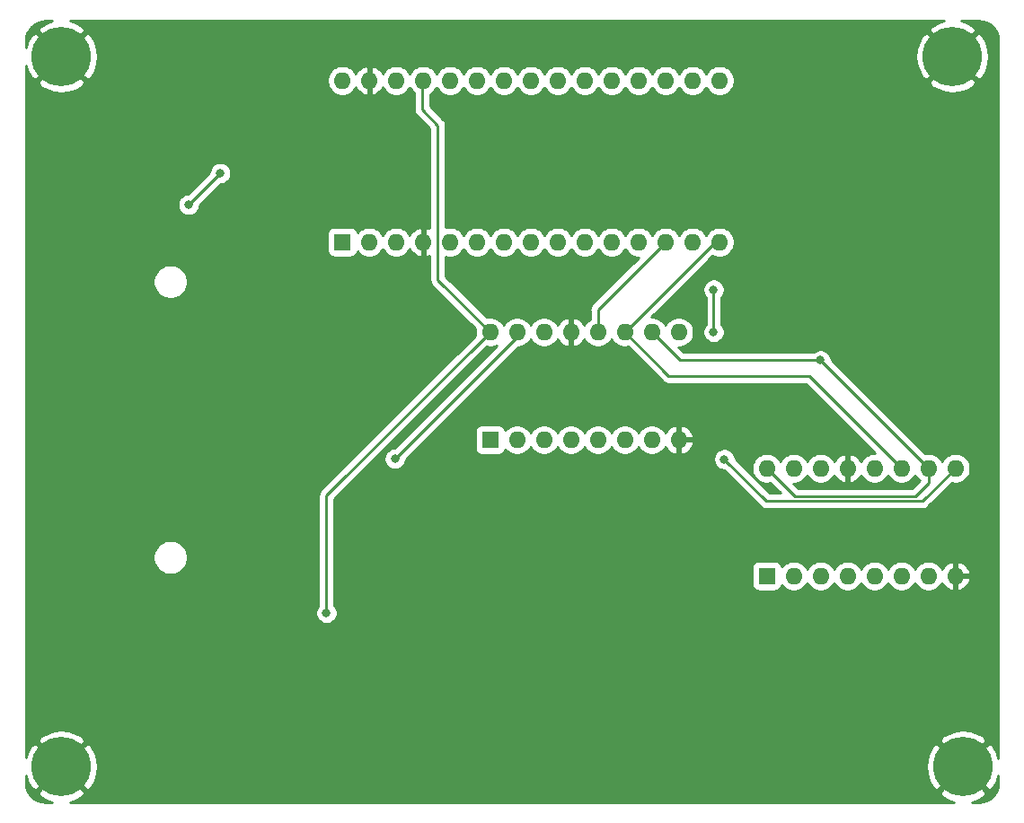
<source format=gbr>
%TF.GenerationSoftware,KiCad,Pcbnew,5.1.10-88a1d61d58~90~ubuntu20.04.1*%
%TF.CreationDate,2021-10-29T09:45:40+02:00*%
%TF.ProjectId,GameboyReader,47616d65-626f-4795-9265-616465722e6b,rev?*%
%TF.SameCoordinates,Original*%
%TF.FileFunction,Copper,L2,Bot*%
%TF.FilePolarity,Positive*%
%FSLAX46Y46*%
G04 Gerber Fmt 4.6, Leading zero omitted, Abs format (unit mm)*
G04 Created by KiCad (PCBNEW 5.1.10-88a1d61d58~90~ubuntu20.04.1) date 2021-10-29 09:45:40*
%MOMM*%
%LPD*%
G01*
G04 APERTURE LIST*
%TA.AperFunction,ComponentPad*%
%ADD10C,5.600000*%
%TD*%
%TA.AperFunction,ComponentPad*%
%ADD11O,1.600000X1.600000*%
%TD*%
%TA.AperFunction,ComponentPad*%
%ADD12R,1.600000X1.600000*%
%TD*%
%TA.AperFunction,ViaPad*%
%ADD13C,0.800000*%
%TD*%
%TA.AperFunction,Conductor*%
%ADD14C,0.250000*%
%TD*%
%TA.AperFunction,Conductor*%
%ADD15C,0.254000*%
%TD*%
%TA.AperFunction,Conductor*%
%ADD16C,0.100000*%
%TD*%
G04 APERTURE END LIST*
D10*
%TO.P,REF\u002A\u002A,1*%
%TO.N,GND*%
X109000000Y-79000000D03*
%TD*%
%TO.P,REF\u002A\u002A,1*%
%TO.N,GND*%
X193000000Y-79000000D03*
%TD*%
%TO.P,REF\u002A\u002A,1*%
%TO.N,GND*%
X194000000Y-146000000D03*
%TD*%
%TO.P,REF\u002A\u002A,1*%
%TO.N,GND*%
X109000000Y-146000000D03*
%TD*%
D11*
%TO.P,U2,16*%
%TO.N,+5V*%
X149420000Y-105000000D03*
%TO.P,U2,8*%
%TO.N,GND*%
X167200000Y-115160000D03*
%TO.P,U2,15*%
%TO.N,Net-(J1-Pad14)*%
X151960000Y-105000000D03*
%TO.P,U2,7*%
%TO.N,Net-(J1-Pad21)*%
X164660000Y-115160000D03*
%TO.P,U2,14*%
%TO.N,Net-(U1-Pad9)*%
X154500000Y-105000000D03*
%TO.P,U2,6*%
%TO.N,Net-(J1-Pad20)*%
X162120000Y-115160000D03*
%TO.P,U2,13*%
%TO.N,GND*%
X157040000Y-105000000D03*
%TO.P,U2,5*%
%TO.N,Net-(J1-Pad19)*%
X159580000Y-115160000D03*
%TO.P,U2,12*%
%TO.N,/RCK*%
X159580000Y-105000000D03*
%TO.P,U2,4*%
%TO.N,Net-(J1-Pad18)*%
X157040000Y-115160000D03*
%TO.P,U2,11*%
%TO.N,/SCK*%
X162120000Y-105000000D03*
%TO.P,U2,3*%
%TO.N,Net-(J1-Pad17)*%
X154500000Y-115160000D03*
%TO.P,U2,10*%
%TO.N,+5V*%
X164660000Y-105000000D03*
%TO.P,U2,2*%
%TO.N,Net-(J1-Pad16)*%
X151960000Y-115160000D03*
%TO.P,U2,9*%
%TO.N,N/C*%
X167200000Y-105000000D03*
D12*
%TO.P,U2,1*%
%TO.N,Net-(J1-Pad15)*%
X149420000Y-115160000D03*
%TD*%
%TO.P,A1,1*%
%TO.N,N/C*%
X135500000Y-96500000D03*
D11*
%TO.P,A1,17*%
X168520000Y-81260000D03*
%TO.P,A1,2*%
X138040000Y-96500000D03*
%TO.P,A1,18*%
X165980000Y-81260000D03*
%TO.P,A1,3*%
X140580000Y-96500000D03*
%TO.P,A1,19*%
X163440000Y-81260000D03*
%TO.P,A1,4*%
%TO.N,GND*%
X143120000Y-96500000D03*
%TO.P,A1,20*%
%TO.N,N/C*%
X160900000Y-81260000D03*
%TO.P,A1,5*%
%TO.N,Net-(A1-Pad5)*%
X145660000Y-96500000D03*
%TO.P,A1,21*%
%TO.N,N/C*%
X158360000Y-81260000D03*
%TO.P,A1,6*%
%TO.N,Net-(A1-Pad6)*%
X148200000Y-96500000D03*
%TO.P,A1,22*%
%TO.N,/CLK*%
X155820000Y-81260000D03*
%TO.P,A1,7*%
%TO.N,Net-(A1-Pad7)*%
X150740000Y-96500000D03*
%TO.P,A1,23*%
%TO.N,/RD*%
X153280000Y-81260000D03*
%TO.P,A1,8*%
%TO.N,Net-(A1-Pad8)*%
X153280000Y-96500000D03*
%TO.P,A1,24*%
%TO.N,/WR*%
X150740000Y-81260000D03*
%TO.P,A1,9*%
%TO.N,Net-(A1-Pad9)*%
X155820000Y-96500000D03*
%TO.P,A1,25*%
%TO.N,N/C*%
X148200000Y-81260000D03*
%TO.P,A1,10*%
%TO.N,Net-(A1-Pad10)*%
X158360000Y-96500000D03*
%TO.P,A1,26*%
%TO.N,N/C*%
X145660000Y-81260000D03*
%TO.P,A1,11*%
%TO.N,Net-(A1-Pad11)*%
X160900000Y-96500000D03*
%TO.P,A1,27*%
%TO.N,+5V*%
X143120000Y-81260000D03*
%TO.P,A1,12*%
%TO.N,Net-(A1-Pad12)*%
X163440000Y-96500000D03*
%TO.P,A1,28*%
%TO.N,N/C*%
X140580000Y-81260000D03*
%TO.P,A1,13*%
%TO.N,/RCK*%
X165980000Y-96500000D03*
%TO.P,A1,29*%
%TO.N,GND*%
X138040000Y-81260000D03*
%TO.P,A1,14*%
%TO.N,/SER*%
X168520000Y-96500000D03*
%TO.P,A1,30*%
%TO.N,N/C*%
X135500000Y-81260000D03*
%TO.P,A1,15*%
%TO.N,/SCK*%
X171060000Y-96500000D03*
%TO.P,A1,16*%
%TO.N,N/C*%
X171060000Y-81260000D03*
%TD*%
D12*
%TO.P,U1,1*%
%TO.N,Net-(J1-Pad7)*%
X175500000Y-128000000D03*
D11*
%TO.P,U1,9*%
%TO.N,Net-(U1-Pad9)*%
X193280000Y-117840000D03*
%TO.P,U1,2*%
%TO.N,Net-(J1-Pad8)*%
X178040000Y-128000000D03*
%TO.P,U1,10*%
%TO.N,+5V*%
X190740000Y-117840000D03*
%TO.P,U1,3*%
%TO.N,Net-(J1-Pad9)*%
X180580000Y-128000000D03*
%TO.P,U1,11*%
%TO.N,/SCK*%
X188200000Y-117840000D03*
%TO.P,U1,4*%
%TO.N,Net-(J1-Pad10)*%
X183120000Y-128000000D03*
%TO.P,U1,12*%
%TO.N,/RCK*%
X185660000Y-117840000D03*
%TO.P,U1,5*%
%TO.N,Net-(J1-Pad11)*%
X185660000Y-128000000D03*
%TO.P,U1,13*%
%TO.N,GND*%
X183120000Y-117840000D03*
%TO.P,U1,6*%
%TO.N,Net-(J1-Pad12)*%
X188200000Y-128000000D03*
%TO.P,U1,14*%
%TO.N,/SER*%
X180580000Y-117840000D03*
%TO.P,U1,7*%
%TO.N,Net-(J1-Pad13)*%
X190740000Y-128000000D03*
%TO.P,U1,15*%
%TO.N,Net-(J1-Pad6)*%
X178040000Y-117840000D03*
%TO.P,U1,8*%
%TO.N,GND*%
X193280000Y-128000000D03*
%TO.P,U1,16*%
%TO.N,+5V*%
X175500000Y-117840000D03*
%TD*%
D13*
%TO.N,GND*%
X130500000Y-105500000D03*
X128500000Y-88000000D03*
X130000000Y-91000000D03*
X156500000Y-84000000D03*
X176000000Y-81000000D03*
X147000000Y-89500000D03*
X143000000Y-89000000D03*
%TO.N,+5V*%
X134000000Y-131500000D03*
X180560000Y-107660000D03*
%TO.N,/SER*%
X170500000Y-105000000D03*
X170500000Y-101000000D03*
%TO.N,Net-(J1-Pad14)*%
X140461000Y-116961000D03*
%TO.N,Net-(J1-Pad3)*%
X124000000Y-90000000D03*
X121000000Y-93000000D03*
%TO.N,Net-(U1-Pad9)*%
X171500000Y-117000000D03*
%TD*%
D14*
%TO.N,+5V*%
X167320000Y-107660000D02*
X180560000Y-107660000D01*
X164660000Y-105000000D02*
X167320000Y-107660000D01*
X190740000Y-117840000D02*
X190740000Y-119260000D01*
X190740000Y-119260000D02*
X189500000Y-120500000D01*
X178160000Y-120500000D02*
X175500000Y-117840000D01*
X189500000Y-120500000D02*
X178160000Y-120500000D01*
X149420000Y-105000000D02*
X144500000Y-100080000D01*
X144500000Y-100080000D02*
X144500000Y-85500000D01*
X144500000Y-85500000D02*
X143000000Y-84000000D01*
X143000000Y-81380000D02*
X143120000Y-81260000D01*
X143000000Y-84000000D02*
X143000000Y-81380000D01*
X134000000Y-120420000D02*
X149420000Y-105000000D01*
X134000000Y-131500000D02*
X134000000Y-120420000D01*
X180560000Y-107660000D02*
X190740000Y-117840000D01*
%TO.N,/RCK*%
X159580000Y-102900000D02*
X165980000Y-96500000D01*
X159580000Y-105000000D02*
X159580000Y-102900000D01*
%TO.N,/SER*%
X170500000Y-105000000D02*
X170500000Y-101000000D01*
%TO.N,/SCK*%
X170620000Y-96500000D02*
X171060000Y-96500000D01*
X162120000Y-105000000D02*
X170620000Y-96500000D01*
X188200000Y-117840000D02*
X179500000Y-109140000D01*
X166260000Y-109140000D02*
X162120000Y-105000000D01*
X179500000Y-109140000D02*
X166260000Y-109140000D01*
%TO.N,Net-(J1-Pad14)*%
X151960000Y-105462000D02*
X151960000Y-105000000D01*
X140461000Y-116961000D02*
X151960000Y-105462000D01*
%TO.N,Net-(J1-Pad3)*%
X124000000Y-90000000D02*
X121000000Y-93000000D01*
%TO.N,Net-(U1-Pad9)*%
X190169991Y-120950009D02*
X193280000Y-117840000D01*
X175450009Y-120950009D02*
X190169991Y-120950009D01*
X171500000Y-117000000D02*
X175450009Y-120950009D01*
%TD*%
D15*
%TO.N,GND*%
X107686994Y-75807870D02*
X107089470Y-76125361D01*
X107075308Y-76134823D01*
X106763124Y-76583519D01*
X109000000Y-78820395D01*
X111236876Y-76583519D01*
X110924692Y-76134823D01*
X110328741Y-75814388D01*
X109824276Y-75660000D01*
X192178821Y-75660000D01*
X191686994Y-75807870D01*
X191089470Y-76125361D01*
X191075308Y-76134823D01*
X190763124Y-76583519D01*
X193000000Y-78820395D01*
X195236876Y-76583519D01*
X194924692Y-76134823D01*
X194328741Y-75814388D01*
X193824276Y-75660000D01*
X195467721Y-75660000D01*
X195856775Y-75698147D01*
X196199967Y-75801763D01*
X196516489Y-75970062D01*
X196794299Y-76196637D01*
X197022806Y-76472856D01*
X197193310Y-76788197D01*
X197299319Y-77130656D01*
X197340000Y-77517712D01*
X197340001Y-145178824D01*
X197192130Y-144686994D01*
X196874639Y-144089470D01*
X196865177Y-144075308D01*
X196416481Y-143763124D01*
X194179605Y-146000000D01*
X196416481Y-148236876D01*
X196865177Y-147924692D01*
X197185612Y-147328741D01*
X197340001Y-146824272D01*
X197340001Y-147467711D01*
X197301853Y-147856776D01*
X197198238Y-148199964D01*
X197029939Y-148516489D01*
X196803365Y-148794296D01*
X196527146Y-149022805D01*
X196211803Y-149193310D01*
X195869344Y-149299319D01*
X195482288Y-149340000D01*
X194821179Y-149340000D01*
X195313006Y-149192130D01*
X195910530Y-148874639D01*
X195924692Y-148865177D01*
X196236876Y-148416481D01*
X194000000Y-146179605D01*
X191763124Y-148416481D01*
X192075308Y-148865177D01*
X192671259Y-149185612D01*
X193175724Y-149340000D01*
X109821179Y-149340000D01*
X110313006Y-149192130D01*
X110910530Y-148874639D01*
X110924692Y-148865177D01*
X111236876Y-148416481D01*
X109000000Y-146179605D01*
X106763124Y-148416481D01*
X107075308Y-148865177D01*
X107671259Y-149185612D01*
X108175724Y-149340000D01*
X107532279Y-149340000D01*
X107143224Y-149301853D01*
X106800036Y-149198238D01*
X106483511Y-149029939D01*
X106205704Y-148803365D01*
X105977195Y-148527146D01*
X105806690Y-148211803D01*
X105700681Y-147869344D01*
X105660000Y-147482288D01*
X105660000Y-146821179D01*
X105807870Y-147313006D01*
X106125361Y-147910530D01*
X106134823Y-147924692D01*
X106583519Y-148236876D01*
X108820395Y-146000000D01*
X109179605Y-146000000D01*
X111416481Y-148236876D01*
X111865177Y-147924692D01*
X112185612Y-147328741D01*
X112383626Y-146681727D01*
X112451610Y-146008516D01*
X112449975Y-145991484D01*
X190548390Y-145991484D01*
X190613051Y-146665023D01*
X190807870Y-147313006D01*
X191125361Y-147910530D01*
X191134823Y-147924692D01*
X191583519Y-148236876D01*
X193820395Y-146000000D01*
X191583519Y-143763124D01*
X191134823Y-144075308D01*
X190814388Y-144671259D01*
X190616374Y-145318273D01*
X190548390Y-145991484D01*
X112449975Y-145991484D01*
X112386949Y-145334977D01*
X112192130Y-144686994D01*
X111874639Y-144089470D01*
X111865177Y-144075308D01*
X111416481Y-143763124D01*
X109179605Y-146000000D01*
X108820395Y-146000000D01*
X106583519Y-143763124D01*
X106134823Y-144075308D01*
X105814388Y-144671259D01*
X105660000Y-145175724D01*
X105660000Y-143583519D01*
X106763124Y-143583519D01*
X109000000Y-145820395D01*
X111236876Y-143583519D01*
X191763124Y-143583519D01*
X194000000Y-145820395D01*
X196236876Y-143583519D01*
X195924692Y-143134823D01*
X195328741Y-142814388D01*
X194681727Y-142616374D01*
X194008516Y-142548390D01*
X193334977Y-142613051D01*
X192686994Y-142807870D01*
X192089470Y-143125361D01*
X192075308Y-143134823D01*
X191763124Y-143583519D01*
X111236876Y-143583519D01*
X110924692Y-143134823D01*
X110328741Y-142814388D01*
X109681727Y-142616374D01*
X109008516Y-142548390D01*
X108334977Y-142613051D01*
X107686994Y-142807870D01*
X107089470Y-143125361D01*
X107075308Y-143134823D01*
X106763124Y-143583519D01*
X105660000Y-143583519D01*
X105660000Y-131398061D01*
X132965000Y-131398061D01*
X132965000Y-131601939D01*
X133004774Y-131801898D01*
X133082795Y-131990256D01*
X133196063Y-132159774D01*
X133340226Y-132303937D01*
X133509744Y-132417205D01*
X133698102Y-132495226D01*
X133898061Y-132535000D01*
X134101939Y-132535000D01*
X134301898Y-132495226D01*
X134490256Y-132417205D01*
X134659774Y-132303937D01*
X134803937Y-132159774D01*
X134917205Y-131990256D01*
X134995226Y-131801898D01*
X135035000Y-131601939D01*
X135035000Y-131398061D01*
X134995226Y-131198102D01*
X134917205Y-131009744D01*
X134803937Y-130840226D01*
X134760000Y-130796289D01*
X134760000Y-127200000D01*
X174061928Y-127200000D01*
X174061928Y-128800000D01*
X174074188Y-128924482D01*
X174110498Y-129044180D01*
X174169463Y-129154494D01*
X174248815Y-129251185D01*
X174345506Y-129330537D01*
X174455820Y-129389502D01*
X174575518Y-129425812D01*
X174700000Y-129438072D01*
X176300000Y-129438072D01*
X176424482Y-129425812D01*
X176544180Y-129389502D01*
X176654494Y-129330537D01*
X176751185Y-129251185D01*
X176830537Y-129154494D01*
X176889502Y-129044180D01*
X176925812Y-128924482D01*
X176926643Y-128916039D01*
X177125241Y-129114637D01*
X177360273Y-129271680D01*
X177621426Y-129379853D01*
X177898665Y-129435000D01*
X178181335Y-129435000D01*
X178458574Y-129379853D01*
X178719727Y-129271680D01*
X178954759Y-129114637D01*
X179154637Y-128914759D01*
X179310000Y-128682241D01*
X179465363Y-128914759D01*
X179665241Y-129114637D01*
X179900273Y-129271680D01*
X180161426Y-129379853D01*
X180438665Y-129435000D01*
X180721335Y-129435000D01*
X180998574Y-129379853D01*
X181259727Y-129271680D01*
X181494759Y-129114637D01*
X181694637Y-128914759D01*
X181850000Y-128682241D01*
X182005363Y-128914759D01*
X182205241Y-129114637D01*
X182440273Y-129271680D01*
X182701426Y-129379853D01*
X182978665Y-129435000D01*
X183261335Y-129435000D01*
X183538574Y-129379853D01*
X183799727Y-129271680D01*
X184034759Y-129114637D01*
X184234637Y-128914759D01*
X184390000Y-128682241D01*
X184545363Y-128914759D01*
X184745241Y-129114637D01*
X184980273Y-129271680D01*
X185241426Y-129379853D01*
X185518665Y-129435000D01*
X185801335Y-129435000D01*
X186078574Y-129379853D01*
X186339727Y-129271680D01*
X186574759Y-129114637D01*
X186774637Y-128914759D01*
X186930000Y-128682241D01*
X187085363Y-128914759D01*
X187285241Y-129114637D01*
X187520273Y-129271680D01*
X187781426Y-129379853D01*
X188058665Y-129435000D01*
X188341335Y-129435000D01*
X188618574Y-129379853D01*
X188879727Y-129271680D01*
X189114759Y-129114637D01*
X189314637Y-128914759D01*
X189470000Y-128682241D01*
X189625363Y-128914759D01*
X189825241Y-129114637D01*
X190060273Y-129271680D01*
X190321426Y-129379853D01*
X190598665Y-129435000D01*
X190881335Y-129435000D01*
X191158574Y-129379853D01*
X191419727Y-129271680D01*
X191654759Y-129114637D01*
X191854637Y-128914759D01*
X192011680Y-128679727D01*
X192016067Y-128669135D01*
X192127615Y-128855131D01*
X192316586Y-129063519D01*
X192542580Y-129231037D01*
X192796913Y-129351246D01*
X192930961Y-129391904D01*
X193153000Y-129269915D01*
X193153000Y-128127000D01*
X193407000Y-128127000D01*
X193407000Y-129269915D01*
X193629039Y-129391904D01*
X193763087Y-129351246D01*
X194017420Y-129231037D01*
X194243414Y-129063519D01*
X194432385Y-128855131D01*
X194577070Y-128613881D01*
X194671909Y-128349040D01*
X194550624Y-128127000D01*
X193407000Y-128127000D01*
X193153000Y-128127000D01*
X193133000Y-128127000D01*
X193133000Y-127873000D01*
X193153000Y-127873000D01*
X193153000Y-126730085D01*
X193407000Y-126730085D01*
X193407000Y-127873000D01*
X194550624Y-127873000D01*
X194671909Y-127650960D01*
X194577070Y-127386119D01*
X194432385Y-127144869D01*
X194243414Y-126936481D01*
X194017420Y-126768963D01*
X193763087Y-126648754D01*
X193629039Y-126608096D01*
X193407000Y-126730085D01*
X193153000Y-126730085D01*
X192930961Y-126608096D01*
X192796913Y-126648754D01*
X192542580Y-126768963D01*
X192316586Y-126936481D01*
X192127615Y-127144869D01*
X192016067Y-127330865D01*
X192011680Y-127320273D01*
X191854637Y-127085241D01*
X191654759Y-126885363D01*
X191419727Y-126728320D01*
X191158574Y-126620147D01*
X190881335Y-126565000D01*
X190598665Y-126565000D01*
X190321426Y-126620147D01*
X190060273Y-126728320D01*
X189825241Y-126885363D01*
X189625363Y-127085241D01*
X189470000Y-127317759D01*
X189314637Y-127085241D01*
X189114759Y-126885363D01*
X188879727Y-126728320D01*
X188618574Y-126620147D01*
X188341335Y-126565000D01*
X188058665Y-126565000D01*
X187781426Y-126620147D01*
X187520273Y-126728320D01*
X187285241Y-126885363D01*
X187085363Y-127085241D01*
X186930000Y-127317759D01*
X186774637Y-127085241D01*
X186574759Y-126885363D01*
X186339727Y-126728320D01*
X186078574Y-126620147D01*
X185801335Y-126565000D01*
X185518665Y-126565000D01*
X185241426Y-126620147D01*
X184980273Y-126728320D01*
X184745241Y-126885363D01*
X184545363Y-127085241D01*
X184390000Y-127317759D01*
X184234637Y-127085241D01*
X184034759Y-126885363D01*
X183799727Y-126728320D01*
X183538574Y-126620147D01*
X183261335Y-126565000D01*
X182978665Y-126565000D01*
X182701426Y-126620147D01*
X182440273Y-126728320D01*
X182205241Y-126885363D01*
X182005363Y-127085241D01*
X181850000Y-127317759D01*
X181694637Y-127085241D01*
X181494759Y-126885363D01*
X181259727Y-126728320D01*
X180998574Y-126620147D01*
X180721335Y-126565000D01*
X180438665Y-126565000D01*
X180161426Y-126620147D01*
X179900273Y-126728320D01*
X179665241Y-126885363D01*
X179465363Y-127085241D01*
X179310000Y-127317759D01*
X179154637Y-127085241D01*
X178954759Y-126885363D01*
X178719727Y-126728320D01*
X178458574Y-126620147D01*
X178181335Y-126565000D01*
X177898665Y-126565000D01*
X177621426Y-126620147D01*
X177360273Y-126728320D01*
X177125241Y-126885363D01*
X176926643Y-127083961D01*
X176925812Y-127075518D01*
X176889502Y-126955820D01*
X176830537Y-126845506D01*
X176751185Y-126748815D01*
X176654494Y-126669463D01*
X176544180Y-126610498D01*
X176424482Y-126574188D01*
X176300000Y-126561928D01*
X174700000Y-126561928D01*
X174575518Y-126574188D01*
X174455820Y-126610498D01*
X174345506Y-126669463D01*
X174248815Y-126748815D01*
X174169463Y-126845506D01*
X174110498Y-126955820D01*
X174074188Y-127075518D01*
X174061928Y-127200000D01*
X134760000Y-127200000D01*
X134760000Y-120734801D01*
X149096114Y-106398688D01*
X149278665Y-106435000D01*
X149561335Y-106435000D01*
X149838574Y-106379853D01*
X150058400Y-106288798D01*
X140421199Y-115926000D01*
X140359061Y-115926000D01*
X140159102Y-115965774D01*
X139970744Y-116043795D01*
X139801226Y-116157063D01*
X139657063Y-116301226D01*
X139543795Y-116470744D01*
X139465774Y-116659102D01*
X139426000Y-116859061D01*
X139426000Y-117062939D01*
X139465774Y-117262898D01*
X139543795Y-117451256D01*
X139657063Y-117620774D01*
X139801226Y-117764937D01*
X139970744Y-117878205D01*
X140159102Y-117956226D01*
X140359061Y-117996000D01*
X140562939Y-117996000D01*
X140762898Y-117956226D01*
X140951256Y-117878205D01*
X141120774Y-117764937D01*
X141264937Y-117620774D01*
X141378205Y-117451256D01*
X141456226Y-117262898D01*
X141496000Y-117062939D01*
X141496000Y-117000801D01*
X144136801Y-114360000D01*
X147981928Y-114360000D01*
X147981928Y-115960000D01*
X147994188Y-116084482D01*
X148030498Y-116204180D01*
X148089463Y-116314494D01*
X148168815Y-116411185D01*
X148265506Y-116490537D01*
X148375820Y-116549502D01*
X148495518Y-116585812D01*
X148620000Y-116598072D01*
X150220000Y-116598072D01*
X150344482Y-116585812D01*
X150464180Y-116549502D01*
X150574494Y-116490537D01*
X150671185Y-116411185D01*
X150750537Y-116314494D01*
X150809502Y-116204180D01*
X150845812Y-116084482D01*
X150846643Y-116076039D01*
X151045241Y-116274637D01*
X151280273Y-116431680D01*
X151541426Y-116539853D01*
X151818665Y-116595000D01*
X152101335Y-116595000D01*
X152378574Y-116539853D01*
X152639727Y-116431680D01*
X152874759Y-116274637D01*
X153074637Y-116074759D01*
X153230000Y-115842241D01*
X153385363Y-116074759D01*
X153585241Y-116274637D01*
X153820273Y-116431680D01*
X154081426Y-116539853D01*
X154358665Y-116595000D01*
X154641335Y-116595000D01*
X154918574Y-116539853D01*
X155179727Y-116431680D01*
X155414759Y-116274637D01*
X155614637Y-116074759D01*
X155770000Y-115842241D01*
X155925363Y-116074759D01*
X156125241Y-116274637D01*
X156360273Y-116431680D01*
X156621426Y-116539853D01*
X156898665Y-116595000D01*
X157181335Y-116595000D01*
X157458574Y-116539853D01*
X157719727Y-116431680D01*
X157954759Y-116274637D01*
X158154637Y-116074759D01*
X158310000Y-115842241D01*
X158465363Y-116074759D01*
X158665241Y-116274637D01*
X158900273Y-116431680D01*
X159161426Y-116539853D01*
X159438665Y-116595000D01*
X159721335Y-116595000D01*
X159998574Y-116539853D01*
X160259727Y-116431680D01*
X160494759Y-116274637D01*
X160694637Y-116074759D01*
X160850000Y-115842241D01*
X161005363Y-116074759D01*
X161205241Y-116274637D01*
X161440273Y-116431680D01*
X161701426Y-116539853D01*
X161978665Y-116595000D01*
X162261335Y-116595000D01*
X162538574Y-116539853D01*
X162799727Y-116431680D01*
X163034759Y-116274637D01*
X163234637Y-116074759D01*
X163390000Y-115842241D01*
X163545363Y-116074759D01*
X163745241Y-116274637D01*
X163980273Y-116431680D01*
X164241426Y-116539853D01*
X164518665Y-116595000D01*
X164801335Y-116595000D01*
X165078574Y-116539853D01*
X165339727Y-116431680D01*
X165574759Y-116274637D01*
X165774637Y-116074759D01*
X165931680Y-115839727D01*
X165936067Y-115829135D01*
X166047615Y-116015131D01*
X166236586Y-116223519D01*
X166462580Y-116391037D01*
X166716913Y-116511246D01*
X166850961Y-116551904D01*
X167073000Y-116429915D01*
X167073000Y-115287000D01*
X167327000Y-115287000D01*
X167327000Y-116429915D01*
X167549039Y-116551904D01*
X167683087Y-116511246D01*
X167937420Y-116391037D01*
X168163414Y-116223519D01*
X168352385Y-116015131D01*
X168497070Y-115773881D01*
X168591909Y-115509040D01*
X168470624Y-115287000D01*
X167327000Y-115287000D01*
X167073000Y-115287000D01*
X167053000Y-115287000D01*
X167053000Y-115033000D01*
X167073000Y-115033000D01*
X167073000Y-113890085D01*
X167327000Y-113890085D01*
X167327000Y-115033000D01*
X168470624Y-115033000D01*
X168591909Y-114810960D01*
X168497070Y-114546119D01*
X168352385Y-114304869D01*
X168163414Y-114096481D01*
X167937420Y-113928963D01*
X167683087Y-113808754D01*
X167549039Y-113768096D01*
X167327000Y-113890085D01*
X167073000Y-113890085D01*
X166850961Y-113768096D01*
X166716913Y-113808754D01*
X166462580Y-113928963D01*
X166236586Y-114096481D01*
X166047615Y-114304869D01*
X165936067Y-114490865D01*
X165931680Y-114480273D01*
X165774637Y-114245241D01*
X165574759Y-114045363D01*
X165339727Y-113888320D01*
X165078574Y-113780147D01*
X164801335Y-113725000D01*
X164518665Y-113725000D01*
X164241426Y-113780147D01*
X163980273Y-113888320D01*
X163745241Y-114045363D01*
X163545363Y-114245241D01*
X163390000Y-114477759D01*
X163234637Y-114245241D01*
X163034759Y-114045363D01*
X162799727Y-113888320D01*
X162538574Y-113780147D01*
X162261335Y-113725000D01*
X161978665Y-113725000D01*
X161701426Y-113780147D01*
X161440273Y-113888320D01*
X161205241Y-114045363D01*
X161005363Y-114245241D01*
X160850000Y-114477759D01*
X160694637Y-114245241D01*
X160494759Y-114045363D01*
X160259727Y-113888320D01*
X159998574Y-113780147D01*
X159721335Y-113725000D01*
X159438665Y-113725000D01*
X159161426Y-113780147D01*
X158900273Y-113888320D01*
X158665241Y-114045363D01*
X158465363Y-114245241D01*
X158310000Y-114477759D01*
X158154637Y-114245241D01*
X157954759Y-114045363D01*
X157719727Y-113888320D01*
X157458574Y-113780147D01*
X157181335Y-113725000D01*
X156898665Y-113725000D01*
X156621426Y-113780147D01*
X156360273Y-113888320D01*
X156125241Y-114045363D01*
X155925363Y-114245241D01*
X155770000Y-114477759D01*
X155614637Y-114245241D01*
X155414759Y-114045363D01*
X155179727Y-113888320D01*
X154918574Y-113780147D01*
X154641335Y-113725000D01*
X154358665Y-113725000D01*
X154081426Y-113780147D01*
X153820273Y-113888320D01*
X153585241Y-114045363D01*
X153385363Y-114245241D01*
X153230000Y-114477759D01*
X153074637Y-114245241D01*
X152874759Y-114045363D01*
X152639727Y-113888320D01*
X152378574Y-113780147D01*
X152101335Y-113725000D01*
X151818665Y-113725000D01*
X151541426Y-113780147D01*
X151280273Y-113888320D01*
X151045241Y-114045363D01*
X150846643Y-114243961D01*
X150845812Y-114235518D01*
X150809502Y-114115820D01*
X150750537Y-114005506D01*
X150671185Y-113908815D01*
X150574494Y-113829463D01*
X150464180Y-113770498D01*
X150344482Y-113734188D01*
X150220000Y-113721928D01*
X148620000Y-113721928D01*
X148495518Y-113734188D01*
X148375820Y-113770498D01*
X148265506Y-113829463D01*
X148168815Y-113908815D01*
X148089463Y-114005506D01*
X148030498Y-114115820D01*
X147994188Y-114235518D01*
X147981928Y-114360000D01*
X144136801Y-114360000D01*
X152061802Y-106435000D01*
X152101335Y-106435000D01*
X152378574Y-106379853D01*
X152639727Y-106271680D01*
X152874759Y-106114637D01*
X153074637Y-105914759D01*
X153230000Y-105682241D01*
X153385363Y-105914759D01*
X153585241Y-106114637D01*
X153820273Y-106271680D01*
X154081426Y-106379853D01*
X154358665Y-106435000D01*
X154641335Y-106435000D01*
X154918574Y-106379853D01*
X155179727Y-106271680D01*
X155414759Y-106114637D01*
X155614637Y-105914759D01*
X155771680Y-105679727D01*
X155776067Y-105669135D01*
X155887615Y-105855131D01*
X156076586Y-106063519D01*
X156302580Y-106231037D01*
X156556913Y-106351246D01*
X156690961Y-106391904D01*
X156913000Y-106269915D01*
X156913000Y-105127000D01*
X156893000Y-105127000D01*
X156893000Y-104873000D01*
X156913000Y-104873000D01*
X156913000Y-103730085D01*
X156690961Y-103608096D01*
X156556913Y-103648754D01*
X156302580Y-103768963D01*
X156076586Y-103936481D01*
X155887615Y-104144869D01*
X155776067Y-104330865D01*
X155771680Y-104320273D01*
X155614637Y-104085241D01*
X155414759Y-103885363D01*
X155179727Y-103728320D01*
X154918574Y-103620147D01*
X154641335Y-103565000D01*
X154358665Y-103565000D01*
X154081426Y-103620147D01*
X153820273Y-103728320D01*
X153585241Y-103885363D01*
X153385363Y-104085241D01*
X153230000Y-104317759D01*
X153074637Y-104085241D01*
X152874759Y-103885363D01*
X152639727Y-103728320D01*
X152378574Y-103620147D01*
X152101335Y-103565000D01*
X151818665Y-103565000D01*
X151541426Y-103620147D01*
X151280273Y-103728320D01*
X151045241Y-103885363D01*
X150845363Y-104085241D01*
X150690000Y-104317759D01*
X150534637Y-104085241D01*
X150334759Y-103885363D01*
X150099727Y-103728320D01*
X149838574Y-103620147D01*
X149561335Y-103565000D01*
X149278665Y-103565000D01*
X149096114Y-103601312D01*
X145260000Y-99765199D01*
X145260000Y-97883548D01*
X145518665Y-97935000D01*
X145801335Y-97935000D01*
X146078574Y-97879853D01*
X146339727Y-97771680D01*
X146574759Y-97614637D01*
X146774637Y-97414759D01*
X146930000Y-97182241D01*
X147085363Y-97414759D01*
X147285241Y-97614637D01*
X147520273Y-97771680D01*
X147781426Y-97879853D01*
X148058665Y-97935000D01*
X148341335Y-97935000D01*
X148618574Y-97879853D01*
X148879727Y-97771680D01*
X149114759Y-97614637D01*
X149314637Y-97414759D01*
X149470000Y-97182241D01*
X149625363Y-97414759D01*
X149825241Y-97614637D01*
X150060273Y-97771680D01*
X150321426Y-97879853D01*
X150598665Y-97935000D01*
X150881335Y-97935000D01*
X151158574Y-97879853D01*
X151419727Y-97771680D01*
X151654759Y-97614637D01*
X151854637Y-97414759D01*
X152010000Y-97182241D01*
X152165363Y-97414759D01*
X152365241Y-97614637D01*
X152600273Y-97771680D01*
X152861426Y-97879853D01*
X153138665Y-97935000D01*
X153421335Y-97935000D01*
X153698574Y-97879853D01*
X153959727Y-97771680D01*
X154194759Y-97614637D01*
X154394637Y-97414759D01*
X154550000Y-97182241D01*
X154705363Y-97414759D01*
X154905241Y-97614637D01*
X155140273Y-97771680D01*
X155401426Y-97879853D01*
X155678665Y-97935000D01*
X155961335Y-97935000D01*
X156238574Y-97879853D01*
X156499727Y-97771680D01*
X156734759Y-97614637D01*
X156934637Y-97414759D01*
X157090000Y-97182241D01*
X157245363Y-97414759D01*
X157445241Y-97614637D01*
X157680273Y-97771680D01*
X157941426Y-97879853D01*
X158218665Y-97935000D01*
X158501335Y-97935000D01*
X158778574Y-97879853D01*
X159039727Y-97771680D01*
X159274759Y-97614637D01*
X159474637Y-97414759D01*
X159630000Y-97182241D01*
X159785363Y-97414759D01*
X159985241Y-97614637D01*
X160220273Y-97771680D01*
X160481426Y-97879853D01*
X160758665Y-97935000D01*
X161041335Y-97935000D01*
X161318574Y-97879853D01*
X161579727Y-97771680D01*
X161814759Y-97614637D01*
X162014637Y-97414759D01*
X162170000Y-97182241D01*
X162325363Y-97414759D01*
X162525241Y-97614637D01*
X162760273Y-97771680D01*
X163021426Y-97879853D01*
X163298665Y-97935000D01*
X163470198Y-97935000D01*
X159068998Y-102336201D01*
X159040000Y-102359999D01*
X159016202Y-102388997D01*
X159016201Y-102388998D01*
X158945026Y-102475724D01*
X158874454Y-102607754D01*
X158830998Y-102751015D01*
X158816324Y-102900000D01*
X158820001Y-102937332D01*
X158820001Y-103781956D01*
X158665241Y-103885363D01*
X158465363Y-104085241D01*
X158308320Y-104320273D01*
X158303933Y-104330865D01*
X158192385Y-104144869D01*
X158003414Y-103936481D01*
X157777420Y-103768963D01*
X157523087Y-103648754D01*
X157389039Y-103608096D01*
X157167000Y-103730085D01*
X157167000Y-104873000D01*
X157187000Y-104873000D01*
X157187000Y-105127000D01*
X157167000Y-105127000D01*
X157167000Y-106269915D01*
X157389039Y-106391904D01*
X157523087Y-106351246D01*
X157777420Y-106231037D01*
X158003414Y-106063519D01*
X158192385Y-105855131D01*
X158303933Y-105669135D01*
X158308320Y-105679727D01*
X158465363Y-105914759D01*
X158665241Y-106114637D01*
X158900273Y-106271680D01*
X159161426Y-106379853D01*
X159438665Y-106435000D01*
X159721335Y-106435000D01*
X159998574Y-106379853D01*
X160259727Y-106271680D01*
X160494759Y-106114637D01*
X160694637Y-105914759D01*
X160850000Y-105682241D01*
X161005363Y-105914759D01*
X161205241Y-106114637D01*
X161440273Y-106271680D01*
X161701426Y-106379853D01*
X161978665Y-106435000D01*
X162261335Y-106435000D01*
X162443887Y-106398688D01*
X165696200Y-109651002D01*
X165719999Y-109680001D01*
X165748997Y-109703799D01*
X165835723Y-109774974D01*
X165967753Y-109845546D01*
X166111014Y-109889003D01*
X166222667Y-109900000D01*
X166222676Y-109900000D01*
X166259999Y-109903676D01*
X166297322Y-109900000D01*
X179185199Y-109900000D01*
X185690198Y-116405000D01*
X185518665Y-116405000D01*
X185241426Y-116460147D01*
X184980273Y-116568320D01*
X184745241Y-116725363D01*
X184545363Y-116925241D01*
X184388320Y-117160273D01*
X184383933Y-117170865D01*
X184272385Y-116984869D01*
X184083414Y-116776481D01*
X183857420Y-116608963D01*
X183603087Y-116488754D01*
X183469039Y-116448096D01*
X183247000Y-116570085D01*
X183247000Y-117713000D01*
X183267000Y-117713000D01*
X183267000Y-117967000D01*
X183247000Y-117967000D01*
X183247000Y-119109915D01*
X183469039Y-119231904D01*
X183603087Y-119191246D01*
X183857420Y-119071037D01*
X184083414Y-118903519D01*
X184272385Y-118695131D01*
X184383933Y-118509135D01*
X184388320Y-118519727D01*
X184545363Y-118754759D01*
X184745241Y-118954637D01*
X184980273Y-119111680D01*
X185241426Y-119219853D01*
X185518665Y-119275000D01*
X185801335Y-119275000D01*
X186078574Y-119219853D01*
X186339727Y-119111680D01*
X186574759Y-118954637D01*
X186774637Y-118754759D01*
X186930000Y-118522241D01*
X187085363Y-118754759D01*
X187285241Y-118954637D01*
X187520273Y-119111680D01*
X187781426Y-119219853D01*
X188058665Y-119275000D01*
X188341335Y-119275000D01*
X188618574Y-119219853D01*
X188879727Y-119111680D01*
X189114759Y-118954637D01*
X189314637Y-118754759D01*
X189470000Y-118522241D01*
X189625363Y-118754759D01*
X189825241Y-118954637D01*
X189912354Y-119012844D01*
X189185199Y-119740000D01*
X178474802Y-119740000D01*
X178009802Y-119275000D01*
X178181335Y-119275000D01*
X178458574Y-119219853D01*
X178719727Y-119111680D01*
X178954759Y-118954637D01*
X179154637Y-118754759D01*
X179310000Y-118522241D01*
X179465363Y-118754759D01*
X179665241Y-118954637D01*
X179900273Y-119111680D01*
X180161426Y-119219853D01*
X180438665Y-119275000D01*
X180721335Y-119275000D01*
X180998574Y-119219853D01*
X181259727Y-119111680D01*
X181494759Y-118954637D01*
X181694637Y-118754759D01*
X181851680Y-118519727D01*
X181856067Y-118509135D01*
X181967615Y-118695131D01*
X182156586Y-118903519D01*
X182382580Y-119071037D01*
X182636913Y-119191246D01*
X182770961Y-119231904D01*
X182993000Y-119109915D01*
X182993000Y-117967000D01*
X182973000Y-117967000D01*
X182973000Y-117713000D01*
X182993000Y-117713000D01*
X182993000Y-116570085D01*
X182770961Y-116448096D01*
X182636913Y-116488754D01*
X182382580Y-116608963D01*
X182156586Y-116776481D01*
X181967615Y-116984869D01*
X181856067Y-117170865D01*
X181851680Y-117160273D01*
X181694637Y-116925241D01*
X181494759Y-116725363D01*
X181259727Y-116568320D01*
X180998574Y-116460147D01*
X180721335Y-116405000D01*
X180438665Y-116405000D01*
X180161426Y-116460147D01*
X179900273Y-116568320D01*
X179665241Y-116725363D01*
X179465363Y-116925241D01*
X179310000Y-117157759D01*
X179154637Y-116925241D01*
X178954759Y-116725363D01*
X178719727Y-116568320D01*
X178458574Y-116460147D01*
X178181335Y-116405000D01*
X177898665Y-116405000D01*
X177621426Y-116460147D01*
X177360273Y-116568320D01*
X177125241Y-116725363D01*
X176925363Y-116925241D01*
X176770000Y-117157759D01*
X176614637Y-116925241D01*
X176414759Y-116725363D01*
X176179727Y-116568320D01*
X175918574Y-116460147D01*
X175641335Y-116405000D01*
X175358665Y-116405000D01*
X175081426Y-116460147D01*
X174820273Y-116568320D01*
X174585241Y-116725363D01*
X174385363Y-116925241D01*
X174228320Y-117160273D01*
X174120147Y-117421426D01*
X174065000Y-117698665D01*
X174065000Y-117981335D01*
X174120147Y-118258574D01*
X174228320Y-118519727D01*
X174385363Y-118754759D01*
X174585241Y-118954637D01*
X174820273Y-119111680D01*
X175081426Y-119219853D01*
X175358665Y-119275000D01*
X175641335Y-119275000D01*
X175823886Y-119238688D01*
X176775207Y-120190009D01*
X175764811Y-120190009D01*
X172535000Y-116960199D01*
X172535000Y-116898061D01*
X172495226Y-116698102D01*
X172417205Y-116509744D01*
X172303937Y-116340226D01*
X172159774Y-116196063D01*
X171990256Y-116082795D01*
X171801898Y-116004774D01*
X171601939Y-115965000D01*
X171398061Y-115965000D01*
X171198102Y-116004774D01*
X171009744Y-116082795D01*
X170840226Y-116196063D01*
X170696063Y-116340226D01*
X170582795Y-116509744D01*
X170504774Y-116698102D01*
X170465000Y-116898061D01*
X170465000Y-117101939D01*
X170504774Y-117301898D01*
X170582795Y-117490256D01*
X170696063Y-117659774D01*
X170840226Y-117803937D01*
X171009744Y-117917205D01*
X171198102Y-117995226D01*
X171398061Y-118035000D01*
X171460199Y-118035000D01*
X174886210Y-121461012D01*
X174910008Y-121490010D01*
X175025733Y-121584983D01*
X175157762Y-121655555D01*
X175301023Y-121699012D01*
X175412676Y-121710009D01*
X175412685Y-121710009D01*
X175450008Y-121713685D01*
X175487331Y-121710009D01*
X190132669Y-121710009D01*
X190169991Y-121713685D01*
X190207313Y-121710009D01*
X190207324Y-121710009D01*
X190318977Y-121699012D01*
X190462238Y-121655555D01*
X190594267Y-121584983D01*
X190709992Y-121490010D01*
X190733795Y-121461006D01*
X192956114Y-119238688D01*
X193138665Y-119275000D01*
X193421335Y-119275000D01*
X193698574Y-119219853D01*
X193959727Y-119111680D01*
X194194759Y-118954637D01*
X194394637Y-118754759D01*
X194551680Y-118519727D01*
X194659853Y-118258574D01*
X194715000Y-117981335D01*
X194715000Y-117698665D01*
X194659853Y-117421426D01*
X194551680Y-117160273D01*
X194394637Y-116925241D01*
X194194759Y-116725363D01*
X193959727Y-116568320D01*
X193698574Y-116460147D01*
X193421335Y-116405000D01*
X193138665Y-116405000D01*
X192861426Y-116460147D01*
X192600273Y-116568320D01*
X192365241Y-116725363D01*
X192165363Y-116925241D01*
X192010000Y-117157759D01*
X191854637Y-116925241D01*
X191654759Y-116725363D01*
X191419727Y-116568320D01*
X191158574Y-116460147D01*
X190881335Y-116405000D01*
X190598665Y-116405000D01*
X190416114Y-116441312D01*
X181595000Y-107620199D01*
X181595000Y-107558061D01*
X181555226Y-107358102D01*
X181477205Y-107169744D01*
X181363937Y-107000226D01*
X181219774Y-106856063D01*
X181050256Y-106742795D01*
X180861898Y-106664774D01*
X180661939Y-106625000D01*
X180458061Y-106625000D01*
X180258102Y-106664774D01*
X180069744Y-106742795D01*
X179900226Y-106856063D01*
X179856289Y-106900000D01*
X167634802Y-106900000D01*
X167169802Y-106435000D01*
X167341335Y-106435000D01*
X167618574Y-106379853D01*
X167879727Y-106271680D01*
X168114759Y-106114637D01*
X168314637Y-105914759D01*
X168471680Y-105679727D01*
X168579853Y-105418574D01*
X168635000Y-105141335D01*
X168635000Y-104858665D01*
X168579853Y-104581426D01*
X168471680Y-104320273D01*
X168314637Y-104085241D01*
X168114759Y-103885363D01*
X167879727Y-103728320D01*
X167618574Y-103620147D01*
X167341335Y-103565000D01*
X167058665Y-103565000D01*
X166781426Y-103620147D01*
X166520273Y-103728320D01*
X166285241Y-103885363D01*
X166085363Y-104085241D01*
X165930000Y-104317759D01*
X165774637Y-104085241D01*
X165574759Y-103885363D01*
X165339727Y-103728320D01*
X165078574Y-103620147D01*
X164801335Y-103565000D01*
X164629801Y-103565000D01*
X167296740Y-100898061D01*
X169465000Y-100898061D01*
X169465000Y-101101939D01*
X169504774Y-101301898D01*
X169582795Y-101490256D01*
X169696063Y-101659774D01*
X169740001Y-101703712D01*
X169740000Y-104296289D01*
X169696063Y-104340226D01*
X169582795Y-104509744D01*
X169504774Y-104698102D01*
X169465000Y-104898061D01*
X169465000Y-105101939D01*
X169504774Y-105301898D01*
X169582795Y-105490256D01*
X169696063Y-105659774D01*
X169840226Y-105803937D01*
X170009744Y-105917205D01*
X170198102Y-105995226D01*
X170398061Y-106035000D01*
X170601939Y-106035000D01*
X170801898Y-105995226D01*
X170990256Y-105917205D01*
X171159774Y-105803937D01*
X171303937Y-105659774D01*
X171417205Y-105490256D01*
X171495226Y-105301898D01*
X171535000Y-105101939D01*
X171535000Y-104898061D01*
X171495226Y-104698102D01*
X171417205Y-104509744D01*
X171303937Y-104340226D01*
X171260000Y-104296289D01*
X171260000Y-101703711D01*
X171303937Y-101659774D01*
X171417205Y-101490256D01*
X171495226Y-101301898D01*
X171535000Y-101101939D01*
X171535000Y-100898061D01*
X171495226Y-100698102D01*
X171417205Y-100509744D01*
X171303937Y-100340226D01*
X171159774Y-100196063D01*
X170990256Y-100082795D01*
X170801898Y-100004774D01*
X170601939Y-99965000D01*
X170398061Y-99965000D01*
X170198102Y-100004774D01*
X170009744Y-100082795D01*
X169840226Y-100196063D01*
X169696063Y-100340226D01*
X169582795Y-100509744D01*
X169504774Y-100698102D01*
X169465000Y-100898061D01*
X167296740Y-100898061D01*
X170410572Y-97784230D01*
X170641426Y-97879853D01*
X170918665Y-97935000D01*
X171201335Y-97935000D01*
X171478574Y-97879853D01*
X171739727Y-97771680D01*
X171974759Y-97614637D01*
X172174637Y-97414759D01*
X172331680Y-97179727D01*
X172439853Y-96918574D01*
X172495000Y-96641335D01*
X172495000Y-96358665D01*
X172439853Y-96081426D01*
X172331680Y-95820273D01*
X172174637Y-95585241D01*
X171974759Y-95385363D01*
X171739727Y-95228320D01*
X171478574Y-95120147D01*
X171201335Y-95065000D01*
X170918665Y-95065000D01*
X170641426Y-95120147D01*
X170380273Y-95228320D01*
X170145241Y-95385363D01*
X169945363Y-95585241D01*
X169790000Y-95817759D01*
X169634637Y-95585241D01*
X169434759Y-95385363D01*
X169199727Y-95228320D01*
X168938574Y-95120147D01*
X168661335Y-95065000D01*
X168378665Y-95065000D01*
X168101426Y-95120147D01*
X167840273Y-95228320D01*
X167605241Y-95385363D01*
X167405363Y-95585241D01*
X167250000Y-95817759D01*
X167094637Y-95585241D01*
X166894759Y-95385363D01*
X166659727Y-95228320D01*
X166398574Y-95120147D01*
X166121335Y-95065000D01*
X165838665Y-95065000D01*
X165561426Y-95120147D01*
X165300273Y-95228320D01*
X165065241Y-95385363D01*
X164865363Y-95585241D01*
X164710000Y-95817759D01*
X164554637Y-95585241D01*
X164354759Y-95385363D01*
X164119727Y-95228320D01*
X163858574Y-95120147D01*
X163581335Y-95065000D01*
X163298665Y-95065000D01*
X163021426Y-95120147D01*
X162760273Y-95228320D01*
X162525241Y-95385363D01*
X162325363Y-95585241D01*
X162170000Y-95817759D01*
X162014637Y-95585241D01*
X161814759Y-95385363D01*
X161579727Y-95228320D01*
X161318574Y-95120147D01*
X161041335Y-95065000D01*
X160758665Y-95065000D01*
X160481426Y-95120147D01*
X160220273Y-95228320D01*
X159985241Y-95385363D01*
X159785363Y-95585241D01*
X159630000Y-95817759D01*
X159474637Y-95585241D01*
X159274759Y-95385363D01*
X159039727Y-95228320D01*
X158778574Y-95120147D01*
X158501335Y-95065000D01*
X158218665Y-95065000D01*
X157941426Y-95120147D01*
X157680273Y-95228320D01*
X157445241Y-95385363D01*
X157245363Y-95585241D01*
X157090000Y-95817759D01*
X156934637Y-95585241D01*
X156734759Y-95385363D01*
X156499727Y-95228320D01*
X156238574Y-95120147D01*
X155961335Y-95065000D01*
X155678665Y-95065000D01*
X155401426Y-95120147D01*
X155140273Y-95228320D01*
X154905241Y-95385363D01*
X154705363Y-95585241D01*
X154550000Y-95817759D01*
X154394637Y-95585241D01*
X154194759Y-95385363D01*
X153959727Y-95228320D01*
X153698574Y-95120147D01*
X153421335Y-95065000D01*
X153138665Y-95065000D01*
X152861426Y-95120147D01*
X152600273Y-95228320D01*
X152365241Y-95385363D01*
X152165363Y-95585241D01*
X152010000Y-95817759D01*
X151854637Y-95585241D01*
X151654759Y-95385363D01*
X151419727Y-95228320D01*
X151158574Y-95120147D01*
X150881335Y-95065000D01*
X150598665Y-95065000D01*
X150321426Y-95120147D01*
X150060273Y-95228320D01*
X149825241Y-95385363D01*
X149625363Y-95585241D01*
X149470000Y-95817759D01*
X149314637Y-95585241D01*
X149114759Y-95385363D01*
X148879727Y-95228320D01*
X148618574Y-95120147D01*
X148341335Y-95065000D01*
X148058665Y-95065000D01*
X147781426Y-95120147D01*
X147520273Y-95228320D01*
X147285241Y-95385363D01*
X147085363Y-95585241D01*
X146930000Y-95817759D01*
X146774637Y-95585241D01*
X146574759Y-95385363D01*
X146339727Y-95228320D01*
X146078574Y-95120147D01*
X145801335Y-95065000D01*
X145518665Y-95065000D01*
X145260000Y-95116452D01*
X145260000Y-85537322D01*
X145263676Y-85499999D01*
X145260000Y-85462676D01*
X145260000Y-85462667D01*
X145249003Y-85351014D01*
X145205546Y-85207753D01*
X145134974Y-85075724D01*
X145040001Y-84959999D01*
X145011003Y-84936201D01*
X143760000Y-83685199D01*
X143760000Y-82548135D01*
X143799727Y-82531680D01*
X144034759Y-82374637D01*
X144234637Y-82174759D01*
X144390000Y-81942241D01*
X144545363Y-82174759D01*
X144745241Y-82374637D01*
X144980273Y-82531680D01*
X145241426Y-82639853D01*
X145518665Y-82695000D01*
X145801335Y-82695000D01*
X146078574Y-82639853D01*
X146339727Y-82531680D01*
X146574759Y-82374637D01*
X146774637Y-82174759D01*
X146930000Y-81942241D01*
X147085363Y-82174759D01*
X147285241Y-82374637D01*
X147520273Y-82531680D01*
X147781426Y-82639853D01*
X148058665Y-82695000D01*
X148341335Y-82695000D01*
X148618574Y-82639853D01*
X148879727Y-82531680D01*
X149114759Y-82374637D01*
X149314637Y-82174759D01*
X149470000Y-81942241D01*
X149625363Y-82174759D01*
X149825241Y-82374637D01*
X150060273Y-82531680D01*
X150321426Y-82639853D01*
X150598665Y-82695000D01*
X150881335Y-82695000D01*
X151158574Y-82639853D01*
X151419727Y-82531680D01*
X151654759Y-82374637D01*
X151854637Y-82174759D01*
X152010000Y-81942241D01*
X152165363Y-82174759D01*
X152365241Y-82374637D01*
X152600273Y-82531680D01*
X152861426Y-82639853D01*
X153138665Y-82695000D01*
X153421335Y-82695000D01*
X153698574Y-82639853D01*
X153959727Y-82531680D01*
X154194759Y-82374637D01*
X154394637Y-82174759D01*
X154550000Y-81942241D01*
X154705363Y-82174759D01*
X154905241Y-82374637D01*
X155140273Y-82531680D01*
X155401426Y-82639853D01*
X155678665Y-82695000D01*
X155961335Y-82695000D01*
X156238574Y-82639853D01*
X156499727Y-82531680D01*
X156734759Y-82374637D01*
X156934637Y-82174759D01*
X157090000Y-81942241D01*
X157245363Y-82174759D01*
X157445241Y-82374637D01*
X157680273Y-82531680D01*
X157941426Y-82639853D01*
X158218665Y-82695000D01*
X158501335Y-82695000D01*
X158778574Y-82639853D01*
X159039727Y-82531680D01*
X159274759Y-82374637D01*
X159474637Y-82174759D01*
X159630000Y-81942241D01*
X159785363Y-82174759D01*
X159985241Y-82374637D01*
X160220273Y-82531680D01*
X160481426Y-82639853D01*
X160758665Y-82695000D01*
X161041335Y-82695000D01*
X161318574Y-82639853D01*
X161579727Y-82531680D01*
X161814759Y-82374637D01*
X162014637Y-82174759D01*
X162170000Y-81942241D01*
X162325363Y-82174759D01*
X162525241Y-82374637D01*
X162760273Y-82531680D01*
X163021426Y-82639853D01*
X163298665Y-82695000D01*
X163581335Y-82695000D01*
X163858574Y-82639853D01*
X164119727Y-82531680D01*
X164354759Y-82374637D01*
X164554637Y-82174759D01*
X164710000Y-81942241D01*
X164865363Y-82174759D01*
X165065241Y-82374637D01*
X165300273Y-82531680D01*
X165561426Y-82639853D01*
X165838665Y-82695000D01*
X166121335Y-82695000D01*
X166398574Y-82639853D01*
X166659727Y-82531680D01*
X166894759Y-82374637D01*
X167094637Y-82174759D01*
X167250000Y-81942241D01*
X167405363Y-82174759D01*
X167605241Y-82374637D01*
X167840273Y-82531680D01*
X168101426Y-82639853D01*
X168378665Y-82695000D01*
X168661335Y-82695000D01*
X168938574Y-82639853D01*
X169199727Y-82531680D01*
X169434759Y-82374637D01*
X169634637Y-82174759D01*
X169790000Y-81942241D01*
X169945363Y-82174759D01*
X170145241Y-82374637D01*
X170380273Y-82531680D01*
X170641426Y-82639853D01*
X170918665Y-82695000D01*
X171201335Y-82695000D01*
X171478574Y-82639853D01*
X171739727Y-82531680D01*
X171974759Y-82374637D01*
X172174637Y-82174759D01*
X172331680Y-81939727D01*
X172439853Y-81678574D01*
X172491987Y-81416481D01*
X190763124Y-81416481D01*
X191075308Y-81865177D01*
X191671259Y-82185612D01*
X192318273Y-82383626D01*
X192991484Y-82451610D01*
X193665023Y-82386949D01*
X194313006Y-82192130D01*
X194910530Y-81874639D01*
X194924692Y-81865177D01*
X195236876Y-81416481D01*
X193000000Y-79179605D01*
X190763124Y-81416481D01*
X172491987Y-81416481D01*
X172495000Y-81401335D01*
X172495000Y-81118665D01*
X172439853Y-80841426D01*
X172331680Y-80580273D01*
X172174637Y-80345241D01*
X171974759Y-80145363D01*
X171739727Y-79988320D01*
X171478574Y-79880147D01*
X171201335Y-79825000D01*
X170918665Y-79825000D01*
X170641426Y-79880147D01*
X170380273Y-79988320D01*
X170145241Y-80145363D01*
X169945363Y-80345241D01*
X169790000Y-80577759D01*
X169634637Y-80345241D01*
X169434759Y-80145363D01*
X169199727Y-79988320D01*
X168938574Y-79880147D01*
X168661335Y-79825000D01*
X168378665Y-79825000D01*
X168101426Y-79880147D01*
X167840273Y-79988320D01*
X167605241Y-80145363D01*
X167405363Y-80345241D01*
X167250000Y-80577759D01*
X167094637Y-80345241D01*
X166894759Y-80145363D01*
X166659727Y-79988320D01*
X166398574Y-79880147D01*
X166121335Y-79825000D01*
X165838665Y-79825000D01*
X165561426Y-79880147D01*
X165300273Y-79988320D01*
X165065241Y-80145363D01*
X164865363Y-80345241D01*
X164710000Y-80577759D01*
X164554637Y-80345241D01*
X164354759Y-80145363D01*
X164119727Y-79988320D01*
X163858574Y-79880147D01*
X163581335Y-79825000D01*
X163298665Y-79825000D01*
X163021426Y-79880147D01*
X162760273Y-79988320D01*
X162525241Y-80145363D01*
X162325363Y-80345241D01*
X162170000Y-80577759D01*
X162014637Y-80345241D01*
X161814759Y-80145363D01*
X161579727Y-79988320D01*
X161318574Y-79880147D01*
X161041335Y-79825000D01*
X160758665Y-79825000D01*
X160481426Y-79880147D01*
X160220273Y-79988320D01*
X159985241Y-80145363D01*
X159785363Y-80345241D01*
X159630000Y-80577759D01*
X159474637Y-80345241D01*
X159274759Y-80145363D01*
X159039727Y-79988320D01*
X158778574Y-79880147D01*
X158501335Y-79825000D01*
X158218665Y-79825000D01*
X157941426Y-79880147D01*
X157680273Y-79988320D01*
X157445241Y-80145363D01*
X157245363Y-80345241D01*
X157090000Y-80577759D01*
X156934637Y-80345241D01*
X156734759Y-80145363D01*
X156499727Y-79988320D01*
X156238574Y-79880147D01*
X155961335Y-79825000D01*
X155678665Y-79825000D01*
X155401426Y-79880147D01*
X155140273Y-79988320D01*
X154905241Y-80145363D01*
X154705363Y-80345241D01*
X154550000Y-80577759D01*
X154394637Y-80345241D01*
X154194759Y-80145363D01*
X153959727Y-79988320D01*
X153698574Y-79880147D01*
X153421335Y-79825000D01*
X153138665Y-79825000D01*
X152861426Y-79880147D01*
X152600273Y-79988320D01*
X152365241Y-80145363D01*
X152165363Y-80345241D01*
X152010000Y-80577759D01*
X151854637Y-80345241D01*
X151654759Y-80145363D01*
X151419727Y-79988320D01*
X151158574Y-79880147D01*
X150881335Y-79825000D01*
X150598665Y-79825000D01*
X150321426Y-79880147D01*
X150060273Y-79988320D01*
X149825241Y-80145363D01*
X149625363Y-80345241D01*
X149470000Y-80577759D01*
X149314637Y-80345241D01*
X149114759Y-80145363D01*
X148879727Y-79988320D01*
X148618574Y-79880147D01*
X148341335Y-79825000D01*
X148058665Y-79825000D01*
X147781426Y-79880147D01*
X147520273Y-79988320D01*
X147285241Y-80145363D01*
X147085363Y-80345241D01*
X146930000Y-80577759D01*
X146774637Y-80345241D01*
X146574759Y-80145363D01*
X146339727Y-79988320D01*
X146078574Y-79880147D01*
X145801335Y-79825000D01*
X145518665Y-79825000D01*
X145241426Y-79880147D01*
X144980273Y-79988320D01*
X144745241Y-80145363D01*
X144545363Y-80345241D01*
X144390000Y-80577759D01*
X144234637Y-80345241D01*
X144034759Y-80145363D01*
X143799727Y-79988320D01*
X143538574Y-79880147D01*
X143261335Y-79825000D01*
X142978665Y-79825000D01*
X142701426Y-79880147D01*
X142440273Y-79988320D01*
X142205241Y-80145363D01*
X142005363Y-80345241D01*
X141850000Y-80577759D01*
X141694637Y-80345241D01*
X141494759Y-80145363D01*
X141259727Y-79988320D01*
X140998574Y-79880147D01*
X140721335Y-79825000D01*
X140438665Y-79825000D01*
X140161426Y-79880147D01*
X139900273Y-79988320D01*
X139665241Y-80145363D01*
X139465363Y-80345241D01*
X139308320Y-80580273D01*
X139303933Y-80590865D01*
X139192385Y-80404869D01*
X139003414Y-80196481D01*
X138777420Y-80028963D01*
X138523087Y-79908754D01*
X138389039Y-79868096D01*
X138167000Y-79990085D01*
X138167000Y-81133000D01*
X138187000Y-81133000D01*
X138187000Y-81387000D01*
X138167000Y-81387000D01*
X138167000Y-82529915D01*
X138389039Y-82651904D01*
X138523087Y-82611246D01*
X138777420Y-82491037D01*
X139003414Y-82323519D01*
X139192385Y-82115131D01*
X139303933Y-81929135D01*
X139308320Y-81939727D01*
X139465363Y-82174759D01*
X139665241Y-82374637D01*
X139900273Y-82531680D01*
X140161426Y-82639853D01*
X140438665Y-82695000D01*
X140721335Y-82695000D01*
X140998574Y-82639853D01*
X141259727Y-82531680D01*
X141494759Y-82374637D01*
X141694637Y-82174759D01*
X141850000Y-81942241D01*
X142005363Y-82174759D01*
X142205241Y-82374637D01*
X142240001Y-82397863D01*
X142240000Y-83962677D01*
X142236324Y-84000000D01*
X142240000Y-84037322D01*
X142240000Y-84037332D01*
X142250997Y-84148985D01*
X142294454Y-84292246D01*
X142365026Y-84424276D01*
X142404871Y-84472826D01*
X142459999Y-84540001D01*
X142489003Y-84563804D01*
X143740001Y-85814803D01*
X143740000Y-95213465D01*
X143603087Y-95148754D01*
X143469039Y-95108096D01*
X143247000Y-95230085D01*
X143247000Y-96373000D01*
X143267000Y-96373000D01*
X143267000Y-96627000D01*
X143247000Y-96627000D01*
X143247000Y-97769915D01*
X143469039Y-97891904D01*
X143603087Y-97851246D01*
X143740000Y-97786535D01*
X143740000Y-100042678D01*
X143736324Y-100080000D01*
X143740000Y-100117322D01*
X143740000Y-100117332D01*
X143750997Y-100228985D01*
X143784741Y-100340226D01*
X143794454Y-100372246D01*
X143865026Y-100504276D01*
X143869514Y-100509744D01*
X143959999Y-100620001D01*
X143989003Y-100643804D01*
X148021312Y-104676114D01*
X147985000Y-104858665D01*
X147985000Y-105141335D01*
X148021312Y-105323886D01*
X133488998Y-119856201D01*
X133460000Y-119879999D01*
X133436202Y-119908997D01*
X133436201Y-119908998D01*
X133365026Y-119995724D01*
X133294454Y-120127754D01*
X133275570Y-120190009D01*
X133250998Y-120271014D01*
X133240001Y-120382667D01*
X133236324Y-120420000D01*
X133240001Y-120457332D01*
X133240000Y-130796289D01*
X133196063Y-130840226D01*
X133082795Y-131009744D01*
X133004774Y-131198102D01*
X132965000Y-131398061D01*
X105660000Y-131398061D01*
X105660000Y-126088967D01*
X117665000Y-126088967D01*
X117665000Y-126411033D01*
X117727832Y-126726912D01*
X117851082Y-127024463D01*
X118030013Y-127292252D01*
X118257748Y-127519987D01*
X118525537Y-127698918D01*
X118823088Y-127822168D01*
X119138967Y-127885000D01*
X119461033Y-127885000D01*
X119776912Y-127822168D01*
X120074463Y-127698918D01*
X120342252Y-127519987D01*
X120569987Y-127292252D01*
X120748918Y-127024463D01*
X120872168Y-126726912D01*
X120935000Y-126411033D01*
X120935000Y-126088967D01*
X120872168Y-125773088D01*
X120748918Y-125475537D01*
X120569987Y-125207748D01*
X120342252Y-124980013D01*
X120074463Y-124801082D01*
X119776912Y-124677832D01*
X119461033Y-124615000D01*
X119138967Y-124615000D01*
X118823088Y-124677832D01*
X118525537Y-124801082D01*
X118257748Y-124980013D01*
X118030013Y-125207748D01*
X117851082Y-125475537D01*
X117727832Y-125773088D01*
X117665000Y-126088967D01*
X105660000Y-126088967D01*
X105660000Y-100088967D01*
X117665000Y-100088967D01*
X117665000Y-100411033D01*
X117727832Y-100726912D01*
X117851082Y-101024463D01*
X118030013Y-101292252D01*
X118257748Y-101519987D01*
X118525537Y-101698918D01*
X118823088Y-101822168D01*
X119138967Y-101885000D01*
X119461033Y-101885000D01*
X119776912Y-101822168D01*
X120074463Y-101698918D01*
X120342252Y-101519987D01*
X120569987Y-101292252D01*
X120748918Y-101024463D01*
X120872168Y-100726912D01*
X120935000Y-100411033D01*
X120935000Y-100088967D01*
X120872168Y-99773088D01*
X120748918Y-99475537D01*
X120569987Y-99207748D01*
X120342252Y-98980013D01*
X120074463Y-98801082D01*
X119776912Y-98677832D01*
X119461033Y-98615000D01*
X119138967Y-98615000D01*
X118823088Y-98677832D01*
X118525537Y-98801082D01*
X118257748Y-98980013D01*
X118030013Y-99207748D01*
X117851082Y-99475537D01*
X117727832Y-99773088D01*
X117665000Y-100088967D01*
X105660000Y-100088967D01*
X105660000Y-95700000D01*
X134061928Y-95700000D01*
X134061928Y-97300000D01*
X134074188Y-97424482D01*
X134110498Y-97544180D01*
X134169463Y-97654494D01*
X134248815Y-97751185D01*
X134345506Y-97830537D01*
X134455820Y-97889502D01*
X134575518Y-97925812D01*
X134700000Y-97938072D01*
X136300000Y-97938072D01*
X136424482Y-97925812D01*
X136544180Y-97889502D01*
X136654494Y-97830537D01*
X136751185Y-97751185D01*
X136830537Y-97654494D01*
X136889502Y-97544180D01*
X136925812Y-97424482D01*
X136926643Y-97416039D01*
X137125241Y-97614637D01*
X137360273Y-97771680D01*
X137621426Y-97879853D01*
X137898665Y-97935000D01*
X138181335Y-97935000D01*
X138458574Y-97879853D01*
X138719727Y-97771680D01*
X138954759Y-97614637D01*
X139154637Y-97414759D01*
X139310000Y-97182241D01*
X139465363Y-97414759D01*
X139665241Y-97614637D01*
X139900273Y-97771680D01*
X140161426Y-97879853D01*
X140438665Y-97935000D01*
X140721335Y-97935000D01*
X140998574Y-97879853D01*
X141259727Y-97771680D01*
X141494759Y-97614637D01*
X141694637Y-97414759D01*
X141851680Y-97179727D01*
X141856067Y-97169135D01*
X141967615Y-97355131D01*
X142156586Y-97563519D01*
X142382580Y-97731037D01*
X142636913Y-97851246D01*
X142770961Y-97891904D01*
X142993000Y-97769915D01*
X142993000Y-96627000D01*
X142973000Y-96627000D01*
X142973000Y-96373000D01*
X142993000Y-96373000D01*
X142993000Y-95230085D01*
X142770961Y-95108096D01*
X142636913Y-95148754D01*
X142382580Y-95268963D01*
X142156586Y-95436481D01*
X141967615Y-95644869D01*
X141856067Y-95830865D01*
X141851680Y-95820273D01*
X141694637Y-95585241D01*
X141494759Y-95385363D01*
X141259727Y-95228320D01*
X140998574Y-95120147D01*
X140721335Y-95065000D01*
X140438665Y-95065000D01*
X140161426Y-95120147D01*
X139900273Y-95228320D01*
X139665241Y-95385363D01*
X139465363Y-95585241D01*
X139310000Y-95817759D01*
X139154637Y-95585241D01*
X138954759Y-95385363D01*
X138719727Y-95228320D01*
X138458574Y-95120147D01*
X138181335Y-95065000D01*
X137898665Y-95065000D01*
X137621426Y-95120147D01*
X137360273Y-95228320D01*
X137125241Y-95385363D01*
X136926643Y-95583961D01*
X136925812Y-95575518D01*
X136889502Y-95455820D01*
X136830537Y-95345506D01*
X136751185Y-95248815D01*
X136654494Y-95169463D01*
X136544180Y-95110498D01*
X136424482Y-95074188D01*
X136300000Y-95061928D01*
X134700000Y-95061928D01*
X134575518Y-95074188D01*
X134455820Y-95110498D01*
X134345506Y-95169463D01*
X134248815Y-95248815D01*
X134169463Y-95345506D01*
X134110498Y-95455820D01*
X134074188Y-95575518D01*
X134061928Y-95700000D01*
X105660000Y-95700000D01*
X105660000Y-92898061D01*
X119965000Y-92898061D01*
X119965000Y-93101939D01*
X120004774Y-93301898D01*
X120082795Y-93490256D01*
X120196063Y-93659774D01*
X120340226Y-93803937D01*
X120509744Y-93917205D01*
X120698102Y-93995226D01*
X120898061Y-94035000D01*
X121101939Y-94035000D01*
X121301898Y-93995226D01*
X121490256Y-93917205D01*
X121659774Y-93803937D01*
X121803937Y-93659774D01*
X121917205Y-93490256D01*
X121995226Y-93301898D01*
X122035000Y-93101939D01*
X122035000Y-93039801D01*
X124039802Y-91035000D01*
X124101939Y-91035000D01*
X124301898Y-90995226D01*
X124490256Y-90917205D01*
X124659774Y-90803937D01*
X124803937Y-90659774D01*
X124917205Y-90490256D01*
X124995226Y-90301898D01*
X125035000Y-90101939D01*
X125035000Y-89898061D01*
X124995226Y-89698102D01*
X124917205Y-89509744D01*
X124803937Y-89340226D01*
X124659774Y-89196063D01*
X124490256Y-89082795D01*
X124301898Y-89004774D01*
X124101939Y-88965000D01*
X123898061Y-88965000D01*
X123698102Y-89004774D01*
X123509744Y-89082795D01*
X123340226Y-89196063D01*
X123196063Y-89340226D01*
X123082795Y-89509744D01*
X123004774Y-89698102D01*
X122965000Y-89898061D01*
X122965000Y-89960198D01*
X120960199Y-91965000D01*
X120898061Y-91965000D01*
X120698102Y-92004774D01*
X120509744Y-92082795D01*
X120340226Y-92196063D01*
X120196063Y-92340226D01*
X120082795Y-92509744D01*
X120004774Y-92698102D01*
X119965000Y-92898061D01*
X105660000Y-92898061D01*
X105660000Y-81416481D01*
X106763124Y-81416481D01*
X107075308Y-81865177D01*
X107671259Y-82185612D01*
X108318273Y-82383626D01*
X108991484Y-82451610D01*
X109665023Y-82386949D01*
X110313006Y-82192130D01*
X110910530Y-81874639D01*
X110924692Y-81865177D01*
X111236876Y-81416481D01*
X109000000Y-79179605D01*
X106763124Y-81416481D01*
X105660000Y-81416481D01*
X105660000Y-79821179D01*
X105807870Y-80313006D01*
X106125361Y-80910530D01*
X106134823Y-80924692D01*
X106583519Y-81236876D01*
X108820395Y-79000000D01*
X109179605Y-79000000D01*
X111416481Y-81236876D01*
X111586383Y-81118665D01*
X134065000Y-81118665D01*
X134065000Y-81401335D01*
X134120147Y-81678574D01*
X134228320Y-81939727D01*
X134385363Y-82174759D01*
X134585241Y-82374637D01*
X134820273Y-82531680D01*
X135081426Y-82639853D01*
X135358665Y-82695000D01*
X135641335Y-82695000D01*
X135918574Y-82639853D01*
X136179727Y-82531680D01*
X136414759Y-82374637D01*
X136614637Y-82174759D01*
X136771680Y-81939727D01*
X136776067Y-81929135D01*
X136887615Y-82115131D01*
X137076586Y-82323519D01*
X137302580Y-82491037D01*
X137556913Y-82611246D01*
X137690961Y-82651904D01*
X137913000Y-82529915D01*
X137913000Y-81387000D01*
X137893000Y-81387000D01*
X137893000Y-81133000D01*
X137913000Y-81133000D01*
X137913000Y-79990085D01*
X137690961Y-79868096D01*
X137556913Y-79908754D01*
X137302580Y-80028963D01*
X137076586Y-80196481D01*
X136887615Y-80404869D01*
X136776067Y-80590865D01*
X136771680Y-80580273D01*
X136614637Y-80345241D01*
X136414759Y-80145363D01*
X136179727Y-79988320D01*
X135918574Y-79880147D01*
X135641335Y-79825000D01*
X135358665Y-79825000D01*
X135081426Y-79880147D01*
X134820273Y-79988320D01*
X134585241Y-80145363D01*
X134385363Y-80345241D01*
X134228320Y-80580273D01*
X134120147Y-80841426D01*
X134065000Y-81118665D01*
X111586383Y-81118665D01*
X111865177Y-80924692D01*
X112185612Y-80328741D01*
X112383626Y-79681727D01*
X112451610Y-79008516D01*
X112449975Y-78991484D01*
X189548390Y-78991484D01*
X189613051Y-79665023D01*
X189807870Y-80313006D01*
X190125361Y-80910530D01*
X190134823Y-80924692D01*
X190583519Y-81236876D01*
X192820395Y-79000000D01*
X193179605Y-79000000D01*
X195416481Y-81236876D01*
X195865177Y-80924692D01*
X196185612Y-80328741D01*
X196383626Y-79681727D01*
X196451610Y-79008516D01*
X196386949Y-78334977D01*
X196192130Y-77686994D01*
X195874639Y-77089470D01*
X195865177Y-77075308D01*
X195416481Y-76763124D01*
X193179605Y-79000000D01*
X192820395Y-79000000D01*
X190583519Y-76763124D01*
X190134823Y-77075308D01*
X189814388Y-77671259D01*
X189616374Y-78318273D01*
X189548390Y-78991484D01*
X112449975Y-78991484D01*
X112386949Y-78334977D01*
X112192130Y-77686994D01*
X111874639Y-77089470D01*
X111865177Y-77075308D01*
X111416481Y-76763124D01*
X109179605Y-79000000D01*
X108820395Y-79000000D01*
X106583519Y-76763124D01*
X106134823Y-77075308D01*
X105814388Y-77671259D01*
X105660000Y-78175724D01*
X105660000Y-77537494D01*
X105704570Y-77146442D01*
X105815968Y-76797434D01*
X105993032Y-76476712D01*
X106229023Y-76196485D01*
X106514945Y-75967438D01*
X106839912Y-75798286D01*
X107195466Y-75694330D01*
X107533433Y-75660000D01*
X108178821Y-75660000D01*
X107686994Y-75807870D01*
%TA.AperFunction,Conductor*%
D16*
G36*
X107686994Y-75807870D02*
G01*
X107089470Y-76125361D01*
X107075308Y-76134823D01*
X106763124Y-76583519D01*
X109000000Y-78820395D01*
X111236876Y-76583519D01*
X110924692Y-76134823D01*
X110328741Y-75814388D01*
X109824276Y-75660000D01*
X192178821Y-75660000D01*
X191686994Y-75807870D01*
X191089470Y-76125361D01*
X191075308Y-76134823D01*
X190763124Y-76583519D01*
X193000000Y-78820395D01*
X195236876Y-76583519D01*
X194924692Y-76134823D01*
X194328741Y-75814388D01*
X193824276Y-75660000D01*
X195467721Y-75660000D01*
X195856775Y-75698147D01*
X196199967Y-75801763D01*
X196516489Y-75970062D01*
X196794299Y-76196637D01*
X197022806Y-76472856D01*
X197193310Y-76788197D01*
X197299319Y-77130656D01*
X197340000Y-77517712D01*
X197340001Y-145178824D01*
X197192130Y-144686994D01*
X196874639Y-144089470D01*
X196865177Y-144075308D01*
X196416481Y-143763124D01*
X194179605Y-146000000D01*
X196416481Y-148236876D01*
X196865177Y-147924692D01*
X197185612Y-147328741D01*
X197340001Y-146824272D01*
X197340001Y-147467711D01*
X197301853Y-147856776D01*
X197198238Y-148199964D01*
X197029939Y-148516489D01*
X196803365Y-148794296D01*
X196527146Y-149022805D01*
X196211803Y-149193310D01*
X195869344Y-149299319D01*
X195482288Y-149340000D01*
X194821179Y-149340000D01*
X195313006Y-149192130D01*
X195910530Y-148874639D01*
X195924692Y-148865177D01*
X196236876Y-148416481D01*
X194000000Y-146179605D01*
X191763124Y-148416481D01*
X192075308Y-148865177D01*
X192671259Y-149185612D01*
X193175724Y-149340000D01*
X109821179Y-149340000D01*
X110313006Y-149192130D01*
X110910530Y-148874639D01*
X110924692Y-148865177D01*
X111236876Y-148416481D01*
X109000000Y-146179605D01*
X106763124Y-148416481D01*
X107075308Y-148865177D01*
X107671259Y-149185612D01*
X108175724Y-149340000D01*
X107532279Y-149340000D01*
X107143224Y-149301853D01*
X106800036Y-149198238D01*
X106483511Y-149029939D01*
X106205704Y-148803365D01*
X105977195Y-148527146D01*
X105806690Y-148211803D01*
X105700681Y-147869344D01*
X105660000Y-147482288D01*
X105660000Y-146821179D01*
X105807870Y-147313006D01*
X106125361Y-147910530D01*
X106134823Y-147924692D01*
X106583519Y-148236876D01*
X108820395Y-146000000D01*
X109179605Y-146000000D01*
X111416481Y-148236876D01*
X111865177Y-147924692D01*
X112185612Y-147328741D01*
X112383626Y-146681727D01*
X112451610Y-146008516D01*
X112449975Y-145991484D01*
X190548390Y-145991484D01*
X190613051Y-146665023D01*
X190807870Y-147313006D01*
X191125361Y-147910530D01*
X191134823Y-147924692D01*
X191583519Y-148236876D01*
X193820395Y-146000000D01*
X191583519Y-143763124D01*
X191134823Y-144075308D01*
X190814388Y-144671259D01*
X190616374Y-145318273D01*
X190548390Y-145991484D01*
X112449975Y-145991484D01*
X112386949Y-145334977D01*
X112192130Y-144686994D01*
X111874639Y-144089470D01*
X111865177Y-144075308D01*
X111416481Y-143763124D01*
X109179605Y-146000000D01*
X108820395Y-146000000D01*
X106583519Y-143763124D01*
X106134823Y-144075308D01*
X105814388Y-144671259D01*
X105660000Y-145175724D01*
X105660000Y-143583519D01*
X106763124Y-143583519D01*
X109000000Y-145820395D01*
X111236876Y-143583519D01*
X191763124Y-143583519D01*
X194000000Y-145820395D01*
X196236876Y-143583519D01*
X195924692Y-143134823D01*
X195328741Y-142814388D01*
X194681727Y-142616374D01*
X194008516Y-142548390D01*
X193334977Y-142613051D01*
X192686994Y-142807870D01*
X192089470Y-143125361D01*
X192075308Y-143134823D01*
X191763124Y-143583519D01*
X111236876Y-143583519D01*
X110924692Y-143134823D01*
X110328741Y-142814388D01*
X109681727Y-142616374D01*
X109008516Y-142548390D01*
X108334977Y-142613051D01*
X107686994Y-142807870D01*
X107089470Y-143125361D01*
X107075308Y-143134823D01*
X106763124Y-143583519D01*
X105660000Y-143583519D01*
X105660000Y-131398061D01*
X132965000Y-131398061D01*
X132965000Y-131601939D01*
X133004774Y-131801898D01*
X133082795Y-131990256D01*
X133196063Y-132159774D01*
X133340226Y-132303937D01*
X133509744Y-132417205D01*
X133698102Y-132495226D01*
X133898061Y-132535000D01*
X134101939Y-132535000D01*
X134301898Y-132495226D01*
X134490256Y-132417205D01*
X134659774Y-132303937D01*
X134803937Y-132159774D01*
X134917205Y-131990256D01*
X134995226Y-131801898D01*
X135035000Y-131601939D01*
X135035000Y-131398061D01*
X134995226Y-131198102D01*
X134917205Y-131009744D01*
X134803937Y-130840226D01*
X134760000Y-130796289D01*
X134760000Y-127200000D01*
X174061928Y-127200000D01*
X174061928Y-128800000D01*
X174074188Y-128924482D01*
X174110498Y-129044180D01*
X174169463Y-129154494D01*
X174248815Y-129251185D01*
X174345506Y-129330537D01*
X174455820Y-129389502D01*
X174575518Y-129425812D01*
X174700000Y-129438072D01*
X176300000Y-129438072D01*
X176424482Y-129425812D01*
X176544180Y-129389502D01*
X176654494Y-129330537D01*
X176751185Y-129251185D01*
X176830537Y-129154494D01*
X176889502Y-129044180D01*
X176925812Y-128924482D01*
X176926643Y-128916039D01*
X177125241Y-129114637D01*
X177360273Y-129271680D01*
X177621426Y-129379853D01*
X177898665Y-129435000D01*
X178181335Y-129435000D01*
X178458574Y-129379853D01*
X178719727Y-129271680D01*
X178954759Y-129114637D01*
X179154637Y-128914759D01*
X179310000Y-128682241D01*
X179465363Y-128914759D01*
X179665241Y-129114637D01*
X179900273Y-129271680D01*
X180161426Y-129379853D01*
X180438665Y-129435000D01*
X180721335Y-129435000D01*
X180998574Y-129379853D01*
X181259727Y-129271680D01*
X181494759Y-129114637D01*
X181694637Y-128914759D01*
X181850000Y-128682241D01*
X182005363Y-128914759D01*
X182205241Y-129114637D01*
X182440273Y-129271680D01*
X182701426Y-129379853D01*
X182978665Y-129435000D01*
X183261335Y-129435000D01*
X183538574Y-129379853D01*
X183799727Y-129271680D01*
X184034759Y-129114637D01*
X184234637Y-128914759D01*
X184390000Y-128682241D01*
X184545363Y-128914759D01*
X184745241Y-129114637D01*
X184980273Y-129271680D01*
X185241426Y-129379853D01*
X185518665Y-129435000D01*
X185801335Y-129435000D01*
X186078574Y-129379853D01*
X186339727Y-129271680D01*
X186574759Y-129114637D01*
X186774637Y-128914759D01*
X186930000Y-128682241D01*
X187085363Y-128914759D01*
X187285241Y-129114637D01*
X187520273Y-129271680D01*
X187781426Y-129379853D01*
X188058665Y-129435000D01*
X188341335Y-129435000D01*
X188618574Y-129379853D01*
X188879727Y-129271680D01*
X189114759Y-129114637D01*
X189314637Y-128914759D01*
X189470000Y-128682241D01*
X189625363Y-128914759D01*
X189825241Y-129114637D01*
X190060273Y-129271680D01*
X190321426Y-129379853D01*
X190598665Y-129435000D01*
X190881335Y-129435000D01*
X191158574Y-129379853D01*
X191419727Y-129271680D01*
X191654759Y-129114637D01*
X191854637Y-128914759D01*
X192011680Y-128679727D01*
X192016067Y-128669135D01*
X192127615Y-128855131D01*
X192316586Y-129063519D01*
X192542580Y-129231037D01*
X192796913Y-129351246D01*
X192930961Y-129391904D01*
X193153000Y-129269915D01*
X193153000Y-128127000D01*
X193407000Y-128127000D01*
X193407000Y-129269915D01*
X193629039Y-129391904D01*
X193763087Y-129351246D01*
X194017420Y-129231037D01*
X194243414Y-129063519D01*
X194432385Y-128855131D01*
X194577070Y-128613881D01*
X194671909Y-128349040D01*
X194550624Y-128127000D01*
X193407000Y-128127000D01*
X193153000Y-128127000D01*
X193133000Y-128127000D01*
X193133000Y-127873000D01*
X193153000Y-127873000D01*
X193153000Y-126730085D01*
X193407000Y-126730085D01*
X193407000Y-127873000D01*
X194550624Y-127873000D01*
X194671909Y-127650960D01*
X194577070Y-127386119D01*
X194432385Y-127144869D01*
X194243414Y-126936481D01*
X194017420Y-126768963D01*
X193763087Y-126648754D01*
X193629039Y-126608096D01*
X193407000Y-126730085D01*
X193153000Y-126730085D01*
X192930961Y-126608096D01*
X192796913Y-126648754D01*
X192542580Y-126768963D01*
X192316586Y-126936481D01*
X192127615Y-127144869D01*
X192016067Y-127330865D01*
X192011680Y-127320273D01*
X191854637Y-127085241D01*
X191654759Y-126885363D01*
X191419727Y-126728320D01*
X191158574Y-126620147D01*
X190881335Y-126565000D01*
X190598665Y-126565000D01*
X190321426Y-126620147D01*
X190060273Y-126728320D01*
X189825241Y-126885363D01*
X189625363Y-127085241D01*
X189470000Y-127317759D01*
X189314637Y-127085241D01*
X189114759Y-126885363D01*
X188879727Y-126728320D01*
X188618574Y-126620147D01*
X188341335Y-126565000D01*
X188058665Y-126565000D01*
X187781426Y-126620147D01*
X187520273Y-126728320D01*
X187285241Y-126885363D01*
X187085363Y-127085241D01*
X186930000Y-127317759D01*
X186774637Y-127085241D01*
X186574759Y-126885363D01*
X186339727Y-126728320D01*
X186078574Y-126620147D01*
X185801335Y-126565000D01*
X185518665Y-126565000D01*
X185241426Y-126620147D01*
X184980273Y-126728320D01*
X184745241Y-126885363D01*
X184545363Y-127085241D01*
X184390000Y-127317759D01*
X184234637Y-127085241D01*
X184034759Y-126885363D01*
X183799727Y-126728320D01*
X183538574Y-126620147D01*
X183261335Y-126565000D01*
X182978665Y-126565000D01*
X182701426Y-126620147D01*
X182440273Y-126728320D01*
X182205241Y-126885363D01*
X182005363Y-127085241D01*
X181850000Y-127317759D01*
X181694637Y-127085241D01*
X181494759Y-126885363D01*
X181259727Y-126728320D01*
X180998574Y-126620147D01*
X180721335Y-126565000D01*
X180438665Y-126565000D01*
X180161426Y-126620147D01*
X179900273Y-126728320D01*
X179665241Y-126885363D01*
X179465363Y-127085241D01*
X179310000Y-127317759D01*
X179154637Y-127085241D01*
X178954759Y-126885363D01*
X178719727Y-126728320D01*
X178458574Y-126620147D01*
X178181335Y-126565000D01*
X177898665Y-126565000D01*
X177621426Y-126620147D01*
X177360273Y-126728320D01*
X177125241Y-126885363D01*
X176926643Y-127083961D01*
X176925812Y-127075518D01*
X176889502Y-126955820D01*
X176830537Y-126845506D01*
X176751185Y-126748815D01*
X176654494Y-126669463D01*
X176544180Y-126610498D01*
X176424482Y-126574188D01*
X176300000Y-126561928D01*
X174700000Y-126561928D01*
X174575518Y-126574188D01*
X174455820Y-126610498D01*
X174345506Y-126669463D01*
X174248815Y-126748815D01*
X174169463Y-126845506D01*
X174110498Y-126955820D01*
X174074188Y-127075518D01*
X174061928Y-127200000D01*
X134760000Y-127200000D01*
X134760000Y-120734801D01*
X149096114Y-106398688D01*
X149278665Y-106435000D01*
X149561335Y-106435000D01*
X149838574Y-106379853D01*
X150058400Y-106288798D01*
X140421199Y-115926000D01*
X140359061Y-115926000D01*
X140159102Y-115965774D01*
X139970744Y-116043795D01*
X139801226Y-116157063D01*
X139657063Y-116301226D01*
X139543795Y-116470744D01*
X139465774Y-116659102D01*
X139426000Y-116859061D01*
X139426000Y-117062939D01*
X139465774Y-117262898D01*
X139543795Y-117451256D01*
X139657063Y-117620774D01*
X139801226Y-117764937D01*
X139970744Y-117878205D01*
X140159102Y-117956226D01*
X140359061Y-117996000D01*
X140562939Y-117996000D01*
X140762898Y-117956226D01*
X140951256Y-117878205D01*
X141120774Y-117764937D01*
X141264937Y-117620774D01*
X141378205Y-117451256D01*
X141456226Y-117262898D01*
X141496000Y-117062939D01*
X141496000Y-117000801D01*
X144136801Y-114360000D01*
X147981928Y-114360000D01*
X147981928Y-115960000D01*
X147994188Y-116084482D01*
X148030498Y-116204180D01*
X148089463Y-116314494D01*
X148168815Y-116411185D01*
X148265506Y-116490537D01*
X148375820Y-116549502D01*
X148495518Y-116585812D01*
X148620000Y-116598072D01*
X150220000Y-116598072D01*
X150344482Y-116585812D01*
X150464180Y-116549502D01*
X150574494Y-116490537D01*
X150671185Y-116411185D01*
X150750537Y-116314494D01*
X150809502Y-116204180D01*
X150845812Y-116084482D01*
X150846643Y-116076039D01*
X151045241Y-116274637D01*
X151280273Y-116431680D01*
X151541426Y-116539853D01*
X151818665Y-116595000D01*
X152101335Y-116595000D01*
X152378574Y-116539853D01*
X152639727Y-116431680D01*
X152874759Y-116274637D01*
X153074637Y-116074759D01*
X153230000Y-115842241D01*
X153385363Y-116074759D01*
X153585241Y-116274637D01*
X153820273Y-116431680D01*
X154081426Y-116539853D01*
X154358665Y-116595000D01*
X154641335Y-116595000D01*
X154918574Y-116539853D01*
X155179727Y-116431680D01*
X155414759Y-116274637D01*
X155614637Y-116074759D01*
X155770000Y-115842241D01*
X155925363Y-116074759D01*
X156125241Y-116274637D01*
X156360273Y-116431680D01*
X156621426Y-116539853D01*
X156898665Y-116595000D01*
X157181335Y-116595000D01*
X157458574Y-116539853D01*
X157719727Y-116431680D01*
X157954759Y-116274637D01*
X158154637Y-116074759D01*
X158310000Y-115842241D01*
X158465363Y-116074759D01*
X158665241Y-116274637D01*
X158900273Y-116431680D01*
X159161426Y-116539853D01*
X159438665Y-116595000D01*
X159721335Y-116595000D01*
X159998574Y-116539853D01*
X160259727Y-116431680D01*
X160494759Y-116274637D01*
X160694637Y-116074759D01*
X160850000Y-115842241D01*
X161005363Y-116074759D01*
X161205241Y-116274637D01*
X161440273Y-116431680D01*
X161701426Y-116539853D01*
X161978665Y-116595000D01*
X162261335Y-116595000D01*
X162538574Y-116539853D01*
X162799727Y-116431680D01*
X163034759Y-116274637D01*
X163234637Y-116074759D01*
X163390000Y-115842241D01*
X163545363Y-116074759D01*
X163745241Y-116274637D01*
X163980273Y-116431680D01*
X164241426Y-116539853D01*
X164518665Y-116595000D01*
X164801335Y-116595000D01*
X165078574Y-116539853D01*
X165339727Y-116431680D01*
X165574759Y-116274637D01*
X165774637Y-116074759D01*
X165931680Y-115839727D01*
X165936067Y-115829135D01*
X166047615Y-116015131D01*
X166236586Y-116223519D01*
X166462580Y-116391037D01*
X166716913Y-116511246D01*
X166850961Y-116551904D01*
X167073000Y-116429915D01*
X167073000Y-115287000D01*
X167327000Y-115287000D01*
X167327000Y-116429915D01*
X167549039Y-116551904D01*
X167683087Y-116511246D01*
X167937420Y-116391037D01*
X168163414Y-116223519D01*
X168352385Y-116015131D01*
X168497070Y-115773881D01*
X168591909Y-115509040D01*
X168470624Y-115287000D01*
X167327000Y-115287000D01*
X167073000Y-115287000D01*
X167053000Y-115287000D01*
X167053000Y-115033000D01*
X167073000Y-115033000D01*
X167073000Y-113890085D01*
X167327000Y-113890085D01*
X167327000Y-115033000D01*
X168470624Y-115033000D01*
X168591909Y-114810960D01*
X168497070Y-114546119D01*
X168352385Y-114304869D01*
X168163414Y-114096481D01*
X167937420Y-113928963D01*
X167683087Y-113808754D01*
X167549039Y-113768096D01*
X167327000Y-113890085D01*
X167073000Y-113890085D01*
X166850961Y-113768096D01*
X166716913Y-113808754D01*
X166462580Y-113928963D01*
X166236586Y-114096481D01*
X166047615Y-114304869D01*
X165936067Y-114490865D01*
X165931680Y-114480273D01*
X165774637Y-114245241D01*
X165574759Y-114045363D01*
X165339727Y-113888320D01*
X165078574Y-113780147D01*
X164801335Y-113725000D01*
X164518665Y-113725000D01*
X164241426Y-113780147D01*
X163980273Y-113888320D01*
X163745241Y-114045363D01*
X163545363Y-114245241D01*
X163390000Y-114477759D01*
X163234637Y-114245241D01*
X163034759Y-114045363D01*
X162799727Y-113888320D01*
X162538574Y-113780147D01*
X162261335Y-113725000D01*
X161978665Y-113725000D01*
X161701426Y-113780147D01*
X161440273Y-113888320D01*
X161205241Y-114045363D01*
X161005363Y-114245241D01*
X160850000Y-114477759D01*
X160694637Y-114245241D01*
X160494759Y-114045363D01*
X160259727Y-113888320D01*
X159998574Y-113780147D01*
X159721335Y-113725000D01*
X159438665Y-113725000D01*
X159161426Y-113780147D01*
X158900273Y-113888320D01*
X158665241Y-114045363D01*
X158465363Y-114245241D01*
X158310000Y-114477759D01*
X158154637Y-114245241D01*
X157954759Y-114045363D01*
X157719727Y-113888320D01*
X157458574Y-113780147D01*
X157181335Y-113725000D01*
X156898665Y-113725000D01*
X156621426Y-113780147D01*
X156360273Y-113888320D01*
X156125241Y-114045363D01*
X155925363Y-114245241D01*
X155770000Y-114477759D01*
X155614637Y-114245241D01*
X155414759Y-114045363D01*
X155179727Y-113888320D01*
X154918574Y-113780147D01*
X154641335Y-113725000D01*
X154358665Y-113725000D01*
X154081426Y-113780147D01*
X153820273Y-113888320D01*
X153585241Y-114045363D01*
X153385363Y-114245241D01*
X153230000Y-114477759D01*
X153074637Y-114245241D01*
X152874759Y-114045363D01*
X152639727Y-113888320D01*
X152378574Y-113780147D01*
X152101335Y-113725000D01*
X151818665Y-113725000D01*
X151541426Y-113780147D01*
X151280273Y-113888320D01*
X151045241Y-114045363D01*
X150846643Y-114243961D01*
X150845812Y-114235518D01*
X150809502Y-114115820D01*
X150750537Y-114005506D01*
X150671185Y-113908815D01*
X150574494Y-113829463D01*
X150464180Y-113770498D01*
X150344482Y-113734188D01*
X150220000Y-113721928D01*
X148620000Y-113721928D01*
X148495518Y-113734188D01*
X148375820Y-113770498D01*
X148265506Y-113829463D01*
X148168815Y-113908815D01*
X148089463Y-114005506D01*
X148030498Y-114115820D01*
X147994188Y-114235518D01*
X147981928Y-114360000D01*
X144136801Y-114360000D01*
X152061802Y-106435000D01*
X152101335Y-106435000D01*
X152378574Y-106379853D01*
X152639727Y-106271680D01*
X152874759Y-106114637D01*
X153074637Y-105914759D01*
X153230000Y-105682241D01*
X153385363Y-105914759D01*
X153585241Y-106114637D01*
X153820273Y-106271680D01*
X154081426Y-106379853D01*
X154358665Y-106435000D01*
X154641335Y-106435000D01*
X154918574Y-106379853D01*
X155179727Y-106271680D01*
X155414759Y-106114637D01*
X155614637Y-105914759D01*
X155771680Y-105679727D01*
X155776067Y-105669135D01*
X155887615Y-105855131D01*
X156076586Y-106063519D01*
X156302580Y-106231037D01*
X156556913Y-106351246D01*
X156690961Y-106391904D01*
X156913000Y-106269915D01*
X156913000Y-105127000D01*
X156893000Y-105127000D01*
X156893000Y-104873000D01*
X156913000Y-104873000D01*
X156913000Y-103730085D01*
X156690961Y-103608096D01*
X156556913Y-103648754D01*
X156302580Y-103768963D01*
X156076586Y-103936481D01*
X155887615Y-104144869D01*
X155776067Y-104330865D01*
X155771680Y-104320273D01*
X155614637Y-104085241D01*
X155414759Y-103885363D01*
X155179727Y-103728320D01*
X154918574Y-103620147D01*
X154641335Y-103565000D01*
X154358665Y-103565000D01*
X154081426Y-103620147D01*
X153820273Y-103728320D01*
X153585241Y-103885363D01*
X153385363Y-104085241D01*
X153230000Y-104317759D01*
X153074637Y-104085241D01*
X152874759Y-103885363D01*
X152639727Y-103728320D01*
X152378574Y-103620147D01*
X152101335Y-103565000D01*
X151818665Y-103565000D01*
X151541426Y-103620147D01*
X151280273Y-103728320D01*
X151045241Y-103885363D01*
X150845363Y-104085241D01*
X150690000Y-104317759D01*
X150534637Y-104085241D01*
X150334759Y-103885363D01*
X150099727Y-103728320D01*
X149838574Y-103620147D01*
X149561335Y-103565000D01*
X149278665Y-103565000D01*
X149096114Y-103601312D01*
X145260000Y-99765199D01*
X145260000Y-97883548D01*
X145518665Y-97935000D01*
X145801335Y-97935000D01*
X146078574Y-97879853D01*
X146339727Y-97771680D01*
X146574759Y-97614637D01*
X146774637Y-97414759D01*
X146930000Y-97182241D01*
X147085363Y-97414759D01*
X147285241Y-97614637D01*
X147520273Y-97771680D01*
X147781426Y-97879853D01*
X148058665Y-97935000D01*
X148341335Y-97935000D01*
X148618574Y-97879853D01*
X148879727Y-97771680D01*
X149114759Y-97614637D01*
X149314637Y-97414759D01*
X149470000Y-97182241D01*
X149625363Y-97414759D01*
X149825241Y-97614637D01*
X150060273Y-97771680D01*
X150321426Y-97879853D01*
X150598665Y-97935000D01*
X150881335Y-97935000D01*
X151158574Y-97879853D01*
X151419727Y-97771680D01*
X151654759Y-97614637D01*
X151854637Y-97414759D01*
X152010000Y-97182241D01*
X152165363Y-97414759D01*
X152365241Y-97614637D01*
X152600273Y-97771680D01*
X152861426Y-97879853D01*
X153138665Y-97935000D01*
X153421335Y-97935000D01*
X153698574Y-97879853D01*
X153959727Y-97771680D01*
X154194759Y-97614637D01*
X154394637Y-97414759D01*
X154550000Y-97182241D01*
X154705363Y-97414759D01*
X154905241Y-97614637D01*
X155140273Y-97771680D01*
X155401426Y-97879853D01*
X155678665Y-97935000D01*
X155961335Y-97935000D01*
X156238574Y-97879853D01*
X156499727Y-97771680D01*
X156734759Y-97614637D01*
X156934637Y-97414759D01*
X157090000Y-97182241D01*
X157245363Y-97414759D01*
X157445241Y-97614637D01*
X157680273Y-97771680D01*
X157941426Y-97879853D01*
X158218665Y-97935000D01*
X158501335Y-97935000D01*
X158778574Y-97879853D01*
X159039727Y-97771680D01*
X159274759Y-97614637D01*
X159474637Y-97414759D01*
X159630000Y-97182241D01*
X159785363Y-97414759D01*
X159985241Y-97614637D01*
X160220273Y-97771680D01*
X160481426Y-97879853D01*
X160758665Y-97935000D01*
X161041335Y-97935000D01*
X161318574Y-97879853D01*
X161579727Y-97771680D01*
X161814759Y-97614637D01*
X162014637Y-97414759D01*
X162170000Y-97182241D01*
X162325363Y-97414759D01*
X162525241Y-97614637D01*
X162760273Y-97771680D01*
X163021426Y-97879853D01*
X163298665Y-97935000D01*
X163470198Y-97935000D01*
X159068998Y-102336201D01*
X159040000Y-102359999D01*
X159016202Y-102388997D01*
X159016201Y-102388998D01*
X158945026Y-102475724D01*
X158874454Y-102607754D01*
X158830998Y-102751015D01*
X158816324Y-102900000D01*
X158820001Y-102937332D01*
X158820001Y-103781956D01*
X158665241Y-103885363D01*
X158465363Y-104085241D01*
X158308320Y-104320273D01*
X158303933Y-104330865D01*
X158192385Y-104144869D01*
X158003414Y-103936481D01*
X157777420Y-103768963D01*
X157523087Y-103648754D01*
X157389039Y-103608096D01*
X157167000Y-103730085D01*
X157167000Y-104873000D01*
X157187000Y-104873000D01*
X157187000Y-105127000D01*
X157167000Y-105127000D01*
X157167000Y-106269915D01*
X157389039Y-106391904D01*
X157523087Y-106351246D01*
X157777420Y-106231037D01*
X158003414Y-106063519D01*
X158192385Y-105855131D01*
X158303933Y-105669135D01*
X158308320Y-105679727D01*
X158465363Y-105914759D01*
X158665241Y-106114637D01*
X158900273Y-106271680D01*
X159161426Y-106379853D01*
X159438665Y-106435000D01*
X159721335Y-106435000D01*
X159998574Y-106379853D01*
X160259727Y-106271680D01*
X160494759Y-106114637D01*
X160694637Y-105914759D01*
X160850000Y-105682241D01*
X161005363Y-105914759D01*
X161205241Y-106114637D01*
X161440273Y-106271680D01*
X161701426Y-106379853D01*
X161978665Y-106435000D01*
X162261335Y-106435000D01*
X162443887Y-106398688D01*
X165696200Y-109651002D01*
X165719999Y-109680001D01*
X165748997Y-109703799D01*
X165835723Y-109774974D01*
X165967753Y-109845546D01*
X166111014Y-109889003D01*
X166222667Y-109900000D01*
X166222676Y-109900000D01*
X166259999Y-109903676D01*
X166297322Y-109900000D01*
X179185199Y-109900000D01*
X185690198Y-116405000D01*
X185518665Y-116405000D01*
X185241426Y-116460147D01*
X184980273Y-116568320D01*
X184745241Y-116725363D01*
X184545363Y-116925241D01*
X184388320Y-117160273D01*
X184383933Y-117170865D01*
X184272385Y-116984869D01*
X184083414Y-116776481D01*
X183857420Y-116608963D01*
X183603087Y-116488754D01*
X183469039Y-116448096D01*
X183247000Y-116570085D01*
X183247000Y-117713000D01*
X183267000Y-117713000D01*
X183267000Y-117967000D01*
X183247000Y-117967000D01*
X183247000Y-119109915D01*
X183469039Y-119231904D01*
X183603087Y-119191246D01*
X183857420Y-119071037D01*
X184083414Y-118903519D01*
X184272385Y-118695131D01*
X184383933Y-118509135D01*
X184388320Y-118519727D01*
X184545363Y-118754759D01*
X184745241Y-118954637D01*
X184980273Y-119111680D01*
X185241426Y-119219853D01*
X185518665Y-119275000D01*
X185801335Y-119275000D01*
X186078574Y-119219853D01*
X186339727Y-119111680D01*
X186574759Y-118954637D01*
X186774637Y-118754759D01*
X186930000Y-118522241D01*
X187085363Y-118754759D01*
X187285241Y-118954637D01*
X187520273Y-119111680D01*
X187781426Y-119219853D01*
X188058665Y-119275000D01*
X188341335Y-119275000D01*
X188618574Y-119219853D01*
X188879727Y-119111680D01*
X189114759Y-118954637D01*
X189314637Y-118754759D01*
X189470000Y-118522241D01*
X189625363Y-118754759D01*
X189825241Y-118954637D01*
X189912354Y-119012844D01*
X189185199Y-119740000D01*
X178474802Y-119740000D01*
X178009802Y-119275000D01*
X178181335Y-119275000D01*
X178458574Y-119219853D01*
X178719727Y-119111680D01*
X178954759Y-118954637D01*
X179154637Y-118754759D01*
X179310000Y-118522241D01*
X179465363Y-118754759D01*
X179665241Y-118954637D01*
X179900273Y-119111680D01*
X180161426Y-119219853D01*
X180438665Y-119275000D01*
X180721335Y-119275000D01*
X180998574Y-119219853D01*
X181259727Y-119111680D01*
X181494759Y-118954637D01*
X181694637Y-118754759D01*
X181851680Y-118519727D01*
X181856067Y-118509135D01*
X181967615Y-118695131D01*
X182156586Y-118903519D01*
X182382580Y-119071037D01*
X182636913Y-119191246D01*
X182770961Y-119231904D01*
X182993000Y-119109915D01*
X182993000Y-117967000D01*
X182973000Y-117967000D01*
X182973000Y-117713000D01*
X182993000Y-117713000D01*
X182993000Y-116570085D01*
X182770961Y-116448096D01*
X182636913Y-116488754D01*
X182382580Y-116608963D01*
X182156586Y-116776481D01*
X181967615Y-116984869D01*
X181856067Y-117170865D01*
X181851680Y-117160273D01*
X181694637Y-116925241D01*
X181494759Y-116725363D01*
X181259727Y-116568320D01*
X180998574Y-116460147D01*
X180721335Y-116405000D01*
X180438665Y-116405000D01*
X180161426Y-116460147D01*
X179900273Y-116568320D01*
X179665241Y-116725363D01*
X179465363Y-116925241D01*
X179310000Y-117157759D01*
X179154637Y-116925241D01*
X178954759Y-116725363D01*
X178719727Y-116568320D01*
X178458574Y-116460147D01*
X178181335Y-116405000D01*
X177898665Y-116405000D01*
X177621426Y-116460147D01*
X177360273Y-116568320D01*
X177125241Y-116725363D01*
X176925363Y-116925241D01*
X176770000Y-117157759D01*
X176614637Y-116925241D01*
X176414759Y-116725363D01*
X176179727Y-116568320D01*
X175918574Y-116460147D01*
X175641335Y-116405000D01*
X175358665Y-116405000D01*
X175081426Y-116460147D01*
X174820273Y-116568320D01*
X174585241Y-116725363D01*
X174385363Y-116925241D01*
X174228320Y-117160273D01*
X174120147Y-117421426D01*
X174065000Y-117698665D01*
X174065000Y-117981335D01*
X174120147Y-118258574D01*
X174228320Y-118519727D01*
X174385363Y-118754759D01*
X174585241Y-118954637D01*
X174820273Y-119111680D01*
X175081426Y-119219853D01*
X175358665Y-119275000D01*
X175641335Y-119275000D01*
X175823886Y-119238688D01*
X176775207Y-120190009D01*
X175764811Y-120190009D01*
X172535000Y-116960199D01*
X172535000Y-116898061D01*
X172495226Y-116698102D01*
X172417205Y-116509744D01*
X172303937Y-116340226D01*
X172159774Y-116196063D01*
X171990256Y-116082795D01*
X171801898Y-116004774D01*
X171601939Y-115965000D01*
X171398061Y-115965000D01*
X171198102Y-116004774D01*
X171009744Y-116082795D01*
X170840226Y-116196063D01*
X170696063Y-116340226D01*
X170582795Y-116509744D01*
X170504774Y-116698102D01*
X170465000Y-116898061D01*
X170465000Y-117101939D01*
X170504774Y-117301898D01*
X170582795Y-117490256D01*
X170696063Y-117659774D01*
X170840226Y-117803937D01*
X171009744Y-117917205D01*
X171198102Y-117995226D01*
X171398061Y-118035000D01*
X171460199Y-118035000D01*
X174886210Y-121461012D01*
X174910008Y-121490010D01*
X175025733Y-121584983D01*
X175157762Y-121655555D01*
X175301023Y-121699012D01*
X175412676Y-121710009D01*
X175412685Y-121710009D01*
X175450008Y-121713685D01*
X175487331Y-121710009D01*
X190132669Y-121710009D01*
X190169991Y-121713685D01*
X190207313Y-121710009D01*
X190207324Y-121710009D01*
X190318977Y-121699012D01*
X190462238Y-121655555D01*
X190594267Y-121584983D01*
X190709992Y-121490010D01*
X190733795Y-121461006D01*
X192956114Y-119238688D01*
X193138665Y-119275000D01*
X193421335Y-119275000D01*
X193698574Y-119219853D01*
X193959727Y-119111680D01*
X194194759Y-118954637D01*
X194394637Y-118754759D01*
X194551680Y-118519727D01*
X194659853Y-118258574D01*
X194715000Y-117981335D01*
X194715000Y-117698665D01*
X194659853Y-117421426D01*
X194551680Y-117160273D01*
X194394637Y-116925241D01*
X194194759Y-116725363D01*
X193959727Y-116568320D01*
X193698574Y-116460147D01*
X193421335Y-116405000D01*
X193138665Y-116405000D01*
X192861426Y-116460147D01*
X192600273Y-116568320D01*
X192365241Y-116725363D01*
X192165363Y-116925241D01*
X192010000Y-117157759D01*
X191854637Y-116925241D01*
X191654759Y-116725363D01*
X191419727Y-116568320D01*
X191158574Y-116460147D01*
X190881335Y-116405000D01*
X190598665Y-116405000D01*
X190416114Y-116441312D01*
X181595000Y-107620199D01*
X181595000Y-107558061D01*
X181555226Y-107358102D01*
X181477205Y-107169744D01*
X181363937Y-107000226D01*
X181219774Y-106856063D01*
X181050256Y-106742795D01*
X180861898Y-106664774D01*
X180661939Y-106625000D01*
X180458061Y-106625000D01*
X180258102Y-106664774D01*
X180069744Y-106742795D01*
X179900226Y-106856063D01*
X179856289Y-106900000D01*
X167634802Y-106900000D01*
X167169802Y-106435000D01*
X167341335Y-106435000D01*
X167618574Y-106379853D01*
X167879727Y-106271680D01*
X168114759Y-106114637D01*
X168314637Y-105914759D01*
X168471680Y-105679727D01*
X168579853Y-105418574D01*
X168635000Y-105141335D01*
X168635000Y-104858665D01*
X168579853Y-104581426D01*
X168471680Y-104320273D01*
X168314637Y-104085241D01*
X168114759Y-103885363D01*
X167879727Y-103728320D01*
X167618574Y-103620147D01*
X167341335Y-103565000D01*
X167058665Y-103565000D01*
X166781426Y-103620147D01*
X166520273Y-103728320D01*
X166285241Y-103885363D01*
X166085363Y-104085241D01*
X165930000Y-104317759D01*
X165774637Y-104085241D01*
X165574759Y-103885363D01*
X165339727Y-103728320D01*
X165078574Y-103620147D01*
X164801335Y-103565000D01*
X164629801Y-103565000D01*
X167296740Y-100898061D01*
X169465000Y-100898061D01*
X169465000Y-101101939D01*
X169504774Y-101301898D01*
X169582795Y-101490256D01*
X169696063Y-101659774D01*
X169740001Y-101703712D01*
X169740000Y-104296289D01*
X169696063Y-104340226D01*
X169582795Y-104509744D01*
X169504774Y-104698102D01*
X169465000Y-104898061D01*
X169465000Y-105101939D01*
X169504774Y-105301898D01*
X169582795Y-105490256D01*
X169696063Y-105659774D01*
X169840226Y-105803937D01*
X170009744Y-105917205D01*
X170198102Y-105995226D01*
X170398061Y-106035000D01*
X170601939Y-106035000D01*
X170801898Y-105995226D01*
X170990256Y-105917205D01*
X171159774Y-105803937D01*
X171303937Y-105659774D01*
X171417205Y-105490256D01*
X171495226Y-105301898D01*
X171535000Y-105101939D01*
X171535000Y-104898061D01*
X171495226Y-104698102D01*
X171417205Y-104509744D01*
X171303937Y-104340226D01*
X171260000Y-104296289D01*
X171260000Y-101703711D01*
X171303937Y-101659774D01*
X171417205Y-101490256D01*
X171495226Y-101301898D01*
X171535000Y-101101939D01*
X171535000Y-100898061D01*
X171495226Y-100698102D01*
X171417205Y-100509744D01*
X171303937Y-100340226D01*
X171159774Y-100196063D01*
X170990256Y-100082795D01*
X170801898Y-100004774D01*
X170601939Y-99965000D01*
X170398061Y-99965000D01*
X170198102Y-100004774D01*
X170009744Y-100082795D01*
X169840226Y-100196063D01*
X169696063Y-100340226D01*
X169582795Y-100509744D01*
X169504774Y-100698102D01*
X169465000Y-100898061D01*
X167296740Y-100898061D01*
X170410572Y-97784230D01*
X170641426Y-97879853D01*
X170918665Y-97935000D01*
X171201335Y-97935000D01*
X171478574Y-97879853D01*
X171739727Y-97771680D01*
X171974759Y-97614637D01*
X172174637Y-97414759D01*
X172331680Y-97179727D01*
X172439853Y-96918574D01*
X172495000Y-96641335D01*
X172495000Y-96358665D01*
X172439853Y-96081426D01*
X172331680Y-95820273D01*
X172174637Y-95585241D01*
X171974759Y-95385363D01*
X171739727Y-95228320D01*
X171478574Y-95120147D01*
X171201335Y-95065000D01*
X170918665Y-95065000D01*
X170641426Y-95120147D01*
X170380273Y-95228320D01*
X170145241Y-95385363D01*
X169945363Y-95585241D01*
X169790000Y-95817759D01*
X169634637Y-95585241D01*
X169434759Y-95385363D01*
X169199727Y-95228320D01*
X168938574Y-95120147D01*
X168661335Y-95065000D01*
X168378665Y-95065000D01*
X168101426Y-95120147D01*
X167840273Y-95228320D01*
X167605241Y-95385363D01*
X167405363Y-95585241D01*
X167250000Y-95817759D01*
X167094637Y-95585241D01*
X166894759Y-95385363D01*
X166659727Y-95228320D01*
X166398574Y-95120147D01*
X166121335Y-95065000D01*
X165838665Y-95065000D01*
X165561426Y-95120147D01*
X165300273Y-95228320D01*
X165065241Y-95385363D01*
X164865363Y-95585241D01*
X164710000Y-95817759D01*
X164554637Y-95585241D01*
X164354759Y-95385363D01*
X164119727Y-95228320D01*
X163858574Y-95120147D01*
X163581335Y-95065000D01*
X163298665Y-95065000D01*
X163021426Y-95120147D01*
X162760273Y-95228320D01*
X162525241Y-95385363D01*
X162325363Y-95585241D01*
X162170000Y-95817759D01*
X162014637Y-95585241D01*
X161814759Y-95385363D01*
X161579727Y-95228320D01*
X161318574Y-95120147D01*
X161041335Y-95065000D01*
X160758665Y-95065000D01*
X160481426Y-95120147D01*
X160220273Y-95228320D01*
X159985241Y-95385363D01*
X159785363Y-95585241D01*
X159630000Y-95817759D01*
X159474637Y-95585241D01*
X159274759Y-95385363D01*
X159039727Y-95228320D01*
X158778574Y-95120147D01*
X158501335Y-95065000D01*
X158218665Y-95065000D01*
X157941426Y-95120147D01*
X157680273Y-95228320D01*
X157445241Y-95385363D01*
X157245363Y-95585241D01*
X157090000Y-95817759D01*
X156934637Y-95585241D01*
X156734759Y-95385363D01*
X156499727Y-95228320D01*
X156238574Y-95120147D01*
X155961335Y-95065000D01*
X155678665Y-95065000D01*
X155401426Y-95120147D01*
X155140273Y-95228320D01*
X154905241Y-95385363D01*
X154705363Y-95585241D01*
X154550000Y-95817759D01*
X154394637Y-95585241D01*
X154194759Y-95385363D01*
X153959727Y-95228320D01*
X153698574Y-95120147D01*
X153421335Y-95065000D01*
X153138665Y-95065000D01*
X152861426Y-95120147D01*
X152600273Y-95228320D01*
X152365241Y-95385363D01*
X152165363Y-95585241D01*
X152010000Y-95817759D01*
X151854637Y-95585241D01*
X151654759Y-95385363D01*
X151419727Y-95228320D01*
X151158574Y-95120147D01*
X150881335Y-95065000D01*
X150598665Y-95065000D01*
X150321426Y-95120147D01*
X150060273Y-95228320D01*
X149825241Y-95385363D01*
X149625363Y-95585241D01*
X149470000Y-95817759D01*
X149314637Y-95585241D01*
X149114759Y-95385363D01*
X148879727Y-95228320D01*
X148618574Y-95120147D01*
X148341335Y-95065000D01*
X148058665Y-95065000D01*
X147781426Y-95120147D01*
X147520273Y-95228320D01*
X147285241Y-95385363D01*
X147085363Y-95585241D01*
X146930000Y-95817759D01*
X146774637Y-95585241D01*
X146574759Y-95385363D01*
X146339727Y-95228320D01*
X146078574Y-95120147D01*
X145801335Y-95065000D01*
X145518665Y-95065000D01*
X145260000Y-95116452D01*
X145260000Y-85537322D01*
X145263676Y-85499999D01*
X145260000Y-85462676D01*
X145260000Y-85462667D01*
X145249003Y-85351014D01*
X145205546Y-85207753D01*
X145134974Y-85075724D01*
X145040001Y-84959999D01*
X145011003Y-84936201D01*
X143760000Y-83685199D01*
X143760000Y-82548135D01*
X143799727Y-82531680D01*
X144034759Y-82374637D01*
X144234637Y-82174759D01*
X144390000Y-81942241D01*
X144545363Y-82174759D01*
X144745241Y-82374637D01*
X144980273Y-82531680D01*
X145241426Y-82639853D01*
X145518665Y-82695000D01*
X145801335Y-82695000D01*
X146078574Y-82639853D01*
X146339727Y-82531680D01*
X146574759Y-82374637D01*
X146774637Y-82174759D01*
X146930000Y-81942241D01*
X147085363Y-82174759D01*
X147285241Y-82374637D01*
X147520273Y-82531680D01*
X147781426Y-82639853D01*
X148058665Y-82695000D01*
X148341335Y-82695000D01*
X148618574Y-82639853D01*
X148879727Y-82531680D01*
X149114759Y-82374637D01*
X149314637Y-82174759D01*
X149470000Y-81942241D01*
X149625363Y-82174759D01*
X149825241Y-82374637D01*
X150060273Y-82531680D01*
X150321426Y-82639853D01*
X150598665Y-82695000D01*
X150881335Y-82695000D01*
X151158574Y-82639853D01*
X151419727Y-82531680D01*
X151654759Y-82374637D01*
X151854637Y-82174759D01*
X152010000Y-81942241D01*
X152165363Y-82174759D01*
X152365241Y-82374637D01*
X152600273Y-82531680D01*
X152861426Y-82639853D01*
X153138665Y-82695000D01*
X153421335Y-82695000D01*
X153698574Y-82639853D01*
X153959727Y-82531680D01*
X154194759Y-82374637D01*
X154394637Y-82174759D01*
X154550000Y-81942241D01*
X154705363Y-82174759D01*
X154905241Y-82374637D01*
X155140273Y-82531680D01*
X155401426Y-82639853D01*
X155678665Y-82695000D01*
X155961335Y-82695000D01*
X156238574Y-82639853D01*
X156499727Y-82531680D01*
X156734759Y-82374637D01*
X156934637Y-82174759D01*
X157090000Y-81942241D01*
X157245363Y-82174759D01*
X157445241Y-82374637D01*
X157680273Y-82531680D01*
X157941426Y-82639853D01*
X158218665Y-82695000D01*
X158501335Y-82695000D01*
X158778574Y-82639853D01*
X159039727Y-82531680D01*
X159274759Y-82374637D01*
X159474637Y-82174759D01*
X159630000Y-81942241D01*
X159785363Y-82174759D01*
X159985241Y-82374637D01*
X160220273Y-82531680D01*
X160481426Y-82639853D01*
X160758665Y-82695000D01*
X161041335Y-82695000D01*
X161318574Y-82639853D01*
X161579727Y-82531680D01*
X161814759Y-82374637D01*
X162014637Y-82174759D01*
X162170000Y-81942241D01*
X162325363Y-82174759D01*
X162525241Y-82374637D01*
X162760273Y-82531680D01*
X163021426Y-82639853D01*
X163298665Y-82695000D01*
X163581335Y-82695000D01*
X163858574Y-82639853D01*
X164119727Y-82531680D01*
X164354759Y-82374637D01*
X164554637Y-82174759D01*
X164710000Y-81942241D01*
X164865363Y-82174759D01*
X165065241Y-82374637D01*
X165300273Y-82531680D01*
X165561426Y-82639853D01*
X165838665Y-82695000D01*
X166121335Y-82695000D01*
X166398574Y-82639853D01*
X166659727Y-82531680D01*
X166894759Y-82374637D01*
X167094637Y-82174759D01*
X167250000Y-81942241D01*
X167405363Y-82174759D01*
X167605241Y-82374637D01*
X167840273Y-82531680D01*
X168101426Y-82639853D01*
X168378665Y-82695000D01*
X168661335Y-82695000D01*
X168938574Y-82639853D01*
X169199727Y-82531680D01*
X169434759Y-82374637D01*
X169634637Y-82174759D01*
X169790000Y-81942241D01*
X169945363Y-82174759D01*
X170145241Y-82374637D01*
X170380273Y-82531680D01*
X170641426Y-82639853D01*
X170918665Y-82695000D01*
X171201335Y-82695000D01*
X171478574Y-82639853D01*
X171739727Y-82531680D01*
X171974759Y-82374637D01*
X172174637Y-82174759D01*
X172331680Y-81939727D01*
X172439853Y-81678574D01*
X172491987Y-81416481D01*
X190763124Y-81416481D01*
X191075308Y-81865177D01*
X191671259Y-82185612D01*
X192318273Y-82383626D01*
X192991484Y-82451610D01*
X193665023Y-82386949D01*
X194313006Y-82192130D01*
X194910530Y-81874639D01*
X194924692Y-81865177D01*
X195236876Y-81416481D01*
X193000000Y-79179605D01*
X190763124Y-81416481D01*
X172491987Y-81416481D01*
X172495000Y-81401335D01*
X172495000Y-81118665D01*
X172439853Y-80841426D01*
X172331680Y-80580273D01*
X172174637Y-80345241D01*
X171974759Y-80145363D01*
X171739727Y-79988320D01*
X171478574Y-79880147D01*
X171201335Y-79825000D01*
X170918665Y-79825000D01*
X170641426Y-79880147D01*
X170380273Y-79988320D01*
X170145241Y-80145363D01*
X169945363Y-80345241D01*
X169790000Y-80577759D01*
X169634637Y-80345241D01*
X169434759Y-80145363D01*
X169199727Y-79988320D01*
X168938574Y-79880147D01*
X168661335Y-79825000D01*
X168378665Y-79825000D01*
X168101426Y-79880147D01*
X167840273Y-79988320D01*
X167605241Y-80145363D01*
X167405363Y-80345241D01*
X167250000Y-80577759D01*
X167094637Y-80345241D01*
X166894759Y-80145363D01*
X166659727Y-79988320D01*
X166398574Y-79880147D01*
X166121335Y-79825000D01*
X165838665Y-79825000D01*
X165561426Y-79880147D01*
X165300273Y-79988320D01*
X165065241Y-80145363D01*
X164865363Y-80345241D01*
X164710000Y-80577759D01*
X164554637Y-80345241D01*
X164354759Y-80145363D01*
X164119727Y-79988320D01*
X163858574Y-79880147D01*
X163581335Y-79825000D01*
X163298665Y-79825000D01*
X163021426Y-79880147D01*
X162760273Y-79988320D01*
X162525241Y-80145363D01*
X162325363Y-80345241D01*
X162170000Y-80577759D01*
X162014637Y-80345241D01*
X161814759Y-80145363D01*
X161579727Y-79988320D01*
X161318574Y-79880147D01*
X161041335Y-79825000D01*
X160758665Y-79825000D01*
X160481426Y-79880147D01*
X160220273Y-79988320D01*
X159985241Y-80145363D01*
X159785363Y-80345241D01*
X159630000Y-80577759D01*
X159474637Y-80345241D01*
X159274759Y-80145363D01*
X159039727Y-79988320D01*
X158778574Y-79880147D01*
X158501335Y-79825000D01*
X158218665Y-79825000D01*
X157941426Y-79880147D01*
X157680273Y-79988320D01*
X157445241Y-80145363D01*
X157245363Y-80345241D01*
X157090000Y-80577759D01*
X156934637Y-80345241D01*
X156734759Y-80145363D01*
X156499727Y-79988320D01*
X156238574Y-79880147D01*
X155961335Y-79825000D01*
X155678665Y-79825000D01*
X155401426Y-79880147D01*
X155140273Y-79988320D01*
X154905241Y-80145363D01*
X154705363Y-80345241D01*
X154550000Y-80577759D01*
X154394637Y-80345241D01*
X154194759Y-80145363D01*
X153959727Y-79988320D01*
X153698574Y-79880147D01*
X153421335Y-79825000D01*
X153138665Y-79825000D01*
X152861426Y-79880147D01*
X152600273Y-79988320D01*
X152365241Y-80145363D01*
X152165363Y-80345241D01*
X152010000Y-80577759D01*
X151854637Y-80345241D01*
X151654759Y-80145363D01*
X151419727Y-79988320D01*
X151158574Y-79880147D01*
X150881335Y-79825000D01*
X150598665Y-79825000D01*
X150321426Y-79880147D01*
X150060273Y-79988320D01*
X149825241Y-80145363D01*
X149625363Y-80345241D01*
X149470000Y-80577759D01*
X149314637Y-80345241D01*
X149114759Y-80145363D01*
X148879727Y-79988320D01*
X148618574Y-79880147D01*
X148341335Y-79825000D01*
X148058665Y-79825000D01*
X147781426Y-79880147D01*
X147520273Y-79988320D01*
X147285241Y-80145363D01*
X147085363Y-80345241D01*
X146930000Y-80577759D01*
X146774637Y-80345241D01*
X146574759Y-80145363D01*
X146339727Y-79988320D01*
X146078574Y-79880147D01*
X145801335Y-79825000D01*
X145518665Y-79825000D01*
X145241426Y-79880147D01*
X144980273Y-79988320D01*
X144745241Y-80145363D01*
X144545363Y-80345241D01*
X144390000Y-80577759D01*
X144234637Y-80345241D01*
X144034759Y-80145363D01*
X143799727Y-79988320D01*
X143538574Y-79880147D01*
X143261335Y-79825000D01*
X142978665Y-79825000D01*
X142701426Y-79880147D01*
X142440273Y-79988320D01*
X142205241Y-80145363D01*
X142005363Y-80345241D01*
X141850000Y-80577759D01*
X141694637Y-80345241D01*
X141494759Y-80145363D01*
X141259727Y-79988320D01*
X140998574Y-79880147D01*
X140721335Y-79825000D01*
X140438665Y-79825000D01*
X140161426Y-79880147D01*
X139900273Y-79988320D01*
X139665241Y-80145363D01*
X139465363Y-80345241D01*
X139308320Y-80580273D01*
X139303933Y-80590865D01*
X139192385Y-80404869D01*
X139003414Y-80196481D01*
X138777420Y-80028963D01*
X138523087Y-79908754D01*
X138389039Y-79868096D01*
X138167000Y-79990085D01*
X138167000Y-81133000D01*
X138187000Y-81133000D01*
X138187000Y-81387000D01*
X138167000Y-81387000D01*
X138167000Y-82529915D01*
X138389039Y-82651904D01*
X138523087Y-82611246D01*
X138777420Y-82491037D01*
X139003414Y-82323519D01*
X139192385Y-82115131D01*
X139303933Y-81929135D01*
X139308320Y-81939727D01*
X139465363Y-82174759D01*
X139665241Y-82374637D01*
X139900273Y-82531680D01*
X140161426Y-82639853D01*
X140438665Y-82695000D01*
X140721335Y-82695000D01*
X140998574Y-82639853D01*
X141259727Y-82531680D01*
X141494759Y-82374637D01*
X141694637Y-82174759D01*
X141850000Y-81942241D01*
X142005363Y-82174759D01*
X142205241Y-82374637D01*
X142240001Y-82397863D01*
X142240000Y-83962677D01*
X142236324Y-84000000D01*
X142240000Y-84037322D01*
X142240000Y-84037332D01*
X142250997Y-84148985D01*
X142294454Y-84292246D01*
X142365026Y-84424276D01*
X142404871Y-84472826D01*
X142459999Y-84540001D01*
X142489003Y-84563804D01*
X143740001Y-85814803D01*
X143740000Y-95213465D01*
X143603087Y-95148754D01*
X143469039Y-95108096D01*
X143247000Y-95230085D01*
X143247000Y-96373000D01*
X143267000Y-96373000D01*
X143267000Y-96627000D01*
X143247000Y-96627000D01*
X143247000Y-97769915D01*
X143469039Y-97891904D01*
X143603087Y-97851246D01*
X143740000Y-97786535D01*
X143740000Y-100042678D01*
X143736324Y-100080000D01*
X143740000Y-100117322D01*
X143740000Y-100117332D01*
X143750997Y-100228985D01*
X143784741Y-100340226D01*
X143794454Y-100372246D01*
X143865026Y-100504276D01*
X143869514Y-100509744D01*
X143959999Y-100620001D01*
X143989003Y-100643804D01*
X148021312Y-104676114D01*
X147985000Y-104858665D01*
X147985000Y-105141335D01*
X148021312Y-105323886D01*
X133488998Y-119856201D01*
X133460000Y-119879999D01*
X133436202Y-119908997D01*
X133436201Y-119908998D01*
X133365026Y-119995724D01*
X133294454Y-120127754D01*
X133275570Y-120190009D01*
X133250998Y-120271014D01*
X133240001Y-120382667D01*
X133236324Y-120420000D01*
X133240001Y-120457332D01*
X133240000Y-130796289D01*
X133196063Y-130840226D01*
X133082795Y-131009744D01*
X133004774Y-131198102D01*
X132965000Y-131398061D01*
X105660000Y-131398061D01*
X105660000Y-126088967D01*
X117665000Y-126088967D01*
X117665000Y-126411033D01*
X117727832Y-126726912D01*
X117851082Y-127024463D01*
X118030013Y-127292252D01*
X118257748Y-127519987D01*
X118525537Y-127698918D01*
X118823088Y-127822168D01*
X119138967Y-127885000D01*
X119461033Y-127885000D01*
X119776912Y-127822168D01*
X120074463Y-127698918D01*
X120342252Y-127519987D01*
X120569987Y-127292252D01*
X120748918Y-127024463D01*
X120872168Y-126726912D01*
X120935000Y-126411033D01*
X120935000Y-126088967D01*
X120872168Y-125773088D01*
X120748918Y-125475537D01*
X120569987Y-125207748D01*
X120342252Y-124980013D01*
X120074463Y-124801082D01*
X119776912Y-124677832D01*
X119461033Y-124615000D01*
X119138967Y-124615000D01*
X118823088Y-124677832D01*
X118525537Y-124801082D01*
X118257748Y-124980013D01*
X118030013Y-125207748D01*
X117851082Y-125475537D01*
X117727832Y-125773088D01*
X117665000Y-126088967D01*
X105660000Y-126088967D01*
X105660000Y-100088967D01*
X117665000Y-100088967D01*
X117665000Y-100411033D01*
X117727832Y-100726912D01*
X117851082Y-101024463D01*
X118030013Y-101292252D01*
X118257748Y-101519987D01*
X118525537Y-101698918D01*
X118823088Y-101822168D01*
X119138967Y-101885000D01*
X119461033Y-101885000D01*
X119776912Y-101822168D01*
X120074463Y-101698918D01*
X120342252Y-101519987D01*
X120569987Y-101292252D01*
X120748918Y-101024463D01*
X120872168Y-100726912D01*
X120935000Y-100411033D01*
X120935000Y-100088967D01*
X120872168Y-99773088D01*
X120748918Y-99475537D01*
X120569987Y-99207748D01*
X120342252Y-98980013D01*
X120074463Y-98801082D01*
X119776912Y-98677832D01*
X119461033Y-98615000D01*
X119138967Y-98615000D01*
X118823088Y-98677832D01*
X118525537Y-98801082D01*
X118257748Y-98980013D01*
X118030013Y-99207748D01*
X117851082Y-99475537D01*
X117727832Y-99773088D01*
X117665000Y-100088967D01*
X105660000Y-100088967D01*
X105660000Y-95700000D01*
X134061928Y-95700000D01*
X134061928Y-97300000D01*
X134074188Y-97424482D01*
X134110498Y-97544180D01*
X134169463Y-97654494D01*
X134248815Y-97751185D01*
X134345506Y-97830537D01*
X134455820Y-97889502D01*
X134575518Y-97925812D01*
X134700000Y-97938072D01*
X136300000Y-97938072D01*
X136424482Y-97925812D01*
X136544180Y-97889502D01*
X136654494Y-97830537D01*
X136751185Y-97751185D01*
X136830537Y-97654494D01*
X136889502Y-97544180D01*
X136925812Y-97424482D01*
X136926643Y-97416039D01*
X137125241Y-97614637D01*
X137360273Y-97771680D01*
X137621426Y-97879853D01*
X137898665Y-97935000D01*
X138181335Y-97935000D01*
X138458574Y-97879853D01*
X138719727Y-97771680D01*
X138954759Y-97614637D01*
X139154637Y-97414759D01*
X139310000Y-97182241D01*
X139465363Y-97414759D01*
X139665241Y-97614637D01*
X139900273Y-97771680D01*
X140161426Y-97879853D01*
X140438665Y-97935000D01*
X140721335Y-97935000D01*
X140998574Y-97879853D01*
X141259727Y-97771680D01*
X141494759Y-97614637D01*
X141694637Y-97414759D01*
X141851680Y-97179727D01*
X141856067Y-97169135D01*
X141967615Y-97355131D01*
X142156586Y-97563519D01*
X142382580Y-97731037D01*
X142636913Y-97851246D01*
X142770961Y-97891904D01*
X142993000Y-97769915D01*
X142993000Y-96627000D01*
X142973000Y-96627000D01*
X142973000Y-96373000D01*
X142993000Y-96373000D01*
X142993000Y-95230085D01*
X142770961Y-95108096D01*
X142636913Y-95148754D01*
X142382580Y-95268963D01*
X142156586Y-95436481D01*
X141967615Y-95644869D01*
X141856067Y-95830865D01*
X141851680Y-95820273D01*
X141694637Y-95585241D01*
X141494759Y-95385363D01*
X141259727Y-95228320D01*
X140998574Y-95120147D01*
X140721335Y-95065000D01*
X140438665Y-95065000D01*
X140161426Y-95120147D01*
X139900273Y-95228320D01*
X139665241Y-95385363D01*
X139465363Y-95585241D01*
X139310000Y-95817759D01*
X139154637Y-95585241D01*
X138954759Y-95385363D01*
X138719727Y-95228320D01*
X138458574Y-95120147D01*
X138181335Y-95065000D01*
X137898665Y-95065000D01*
X137621426Y-95120147D01*
X137360273Y-95228320D01*
X137125241Y-95385363D01*
X136926643Y-95583961D01*
X136925812Y-95575518D01*
X136889502Y-95455820D01*
X136830537Y-95345506D01*
X136751185Y-95248815D01*
X136654494Y-95169463D01*
X136544180Y-95110498D01*
X136424482Y-95074188D01*
X136300000Y-95061928D01*
X134700000Y-95061928D01*
X134575518Y-95074188D01*
X134455820Y-95110498D01*
X134345506Y-95169463D01*
X134248815Y-95248815D01*
X134169463Y-95345506D01*
X134110498Y-95455820D01*
X134074188Y-95575518D01*
X134061928Y-95700000D01*
X105660000Y-95700000D01*
X105660000Y-92898061D01*
X119965000Y-92898061D01*
X119965000Y-93101939D01*
X120004774Y-93301898D01*
X120082795Y-93490256D01*
X120196063Y-93659774D01*
X120340226Y-93803937D01*
X120509744Y-93917205D01*
X120698102Y-93995226D01*
X120898061Y-94035000D01*
X121101939Y-94035000D01*
X121301898Y-93995226D01*
X121490256Y-93917205D01*
X121659774Y-93803937D01*
X121803937Y-93659774D01*
X121917205Y-93490256D01*
X121995226Y-93301898D01*
X122035000Y-93101939D01*
X122035000Y-93039801D01*
X124039802Y-91035000D01*
X124101939Y-91035000D01*
X124301898Y-90995226D01*
X124490256Y-90917205D01*
X124659774Y-90803937D01*
X124803937Y-90659774D01*
X124917205Y-90490256D01*
X124995226Y-90301898D01*
X125035000Y-90101939D01*
X125035000Y-89898061D01*
X124995226Y-89698102D01*
X124917205Y-89509744D01*
X124803937Y-89340226D01*
X124659774Y-89196063D01*
X124490256Y-89082795D01*
X124301898Y-89004774D01*
X124101939Y-88965000D01*
X123898061Y-88965000D01*
X123698102Y-89004774D01*
X123509744Y-89082795D01*
X123340226Y-89196063D01*
X123196063Y-89340226D01*
X123082795Y-89509744D01*
X123004774Y-89698102D01*
X122965000Y-89898061D01*
X122965000Y-89960198D01*
X120960199Y-91965000D01*
X120898061Y-91965000D01*
X120698102Y-92004774D01*
X120509744Y-92082795D01*
X120340226Y-92196063D01*
X120196063Y-92340226D01*
X120082795Y-92509744D01*
X120004774Y-92698102D01*
X119965000Y-92898061D01*
X105660000Y-92898061D01*
X105660000Y-81416481D01*
X106763124Y-81416481D01*
X107075308Y-81865177D01*
X107671259Y-82185612D01*
X108318273Y-82383626D01*
X108991484Y-82451610D01*
X109665023Y-82386949D01*
X110313006Y-82192130D01*
X110910530Y-81874639D01*
X110924692Y-81865177D01*
X111236876Y-81416481D01*
X109000000Y-79179605D01*
X106763124Y-81416481D01*
X105660000Y-81416481D01*
X105660000Y-79821179D01*
X105807870Y-80313006D01*
X106125361Y-80910530D01*
X106134823Y-80924692D01*
X106583519Y-81236876D01*
X108820395Y-79000000D01*
X109179605Y-79000000D01*
X111416481Y-81236876D01*
X111586383Y-81118665D01*
X134065000Y-81118665D01*
X134065000Y-81401335D01*
X134120147Y-81678574D01*
X134228320Y-81939727D01*
X134385363Y-82174759D01*
X134585241Y-82374637D01*
X134820273Y-82531680D01*
X135081426Y-82639853D01*
X135358665Y-82695000D01*
X135641335Y-82695000D01*
X135918574Y-82639853D01*
X136179727Y-82531680D01*
X136414759Y-82374637D01*
X136614637Y-82174759D01*
X136771680Y-81939727D01*
X136776067Y-81929135D01*
X136887615Y-82115131D01*
X137076586Y-82323519D01*
X137302580Y-82491037D01*
X137556913Y-82611246D01*
X137690961Y-82651904D01*
X137913000Y-82529915D01*
X137913000Y-81387000D01*
X137893000Y-81387000D01*
X137893000Y-81133000D01*
X137913000Y-81133000D01*
X137913000Y-79990085D01*
X137690961Y-79868096D01*
X137556913Y-79908754D01*
X137302580Y-80028963D01*
X137076586Y-80196481D01*
X136887615Y-80404869D01*
X136776067Y-80590865D01*
X136771680Y-80580273D01*
X136614637Y-80345241D01*
X136414759Y-80145363D01*
X136179727Y-79988320D01*
X135918574Y-79880147D01*
X135641335Y-79825000D01*
X135358665Y-79825000D01*
X135081426Y-79880147D01*
X134820273Y-79988320D01*
X134585241Y-80145363D01*
X134385363Y-80345241D01*
X134228320Y-80580273D01*
X134120147Y-80841426D01*
X134065000Y-81118665D01*
X111586383Y-81118665D01*
X111865177Y-80924692D01*
X112185612Y-80328741D01*
X112383626Y-79681727D01*
X112451610Y-79008516D01*
X112449975Y-78991484D01*
X189548390Y-78991484D01*
X189613051Y-79665023D01*
X189807870Y-80313006D01*
X190125361Y-80910530D01*
X190134823Y-80924692D01*
X190583519Y-81236876D01*
X192820395Y-79000000D01*
X193179605Y-79000000D01*
X195416481Y-81236876D01*
X195865177Y-80924692D01*
X196185612Y-80328741D01*
X196383626Y-79681727D01*
X196451610Y-79008516D01*
X196386949Y-78334977D01*
X196192130Y-77686994D01*
X195874639Y-77089470D01*
X195865177Y-77075308D01*
X195416481Y-76763124D01*
X193179605Y-79000000D01*
X192820395Y-79000000D01*
X190583519Y-76763124D01*
X190134823Y-77075308D01*
X189814388Y-77671259D01*
X189616374Y-78318273D01*
X189548390Y-78991484D01*
X112449975Y-78991484D01*
X112386949Y-78334977D01*
X112192130Y-77686994D01*
X111874639Y-77089470D01*
X111865177Y-77075308D01*
X111416481Y-76763124D01*
X109179605Y-79000000D01*
X108820395Y-79000000D01*
X106583519Y-76763124D01*
X106134823Y-77075308D01*
X105814388Y-77671259D01*
X105660000Y-78175724D01*
X105660000Y-77537494D01*
X105704570Y-77146442D01*
X105815968Y-76797434D01*
X105993032Y-76476712D01*
X106229023Y-76196485D01*
X106514945Y-75967438D01*
X106839912Y-75798286D01*
X107195466Y-75694330D01*
X107533433Y-75660000D01*
X108178821Y-75660000D01*
X107686994Y-75807870D01*
G37*
%TD.AperFunction*%
%TD*%
M02*

</source>
